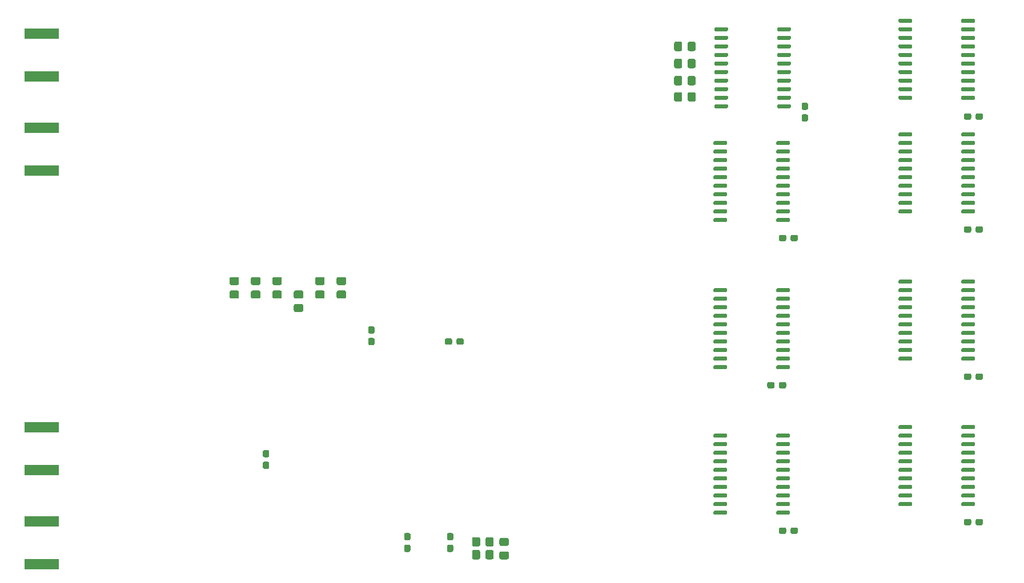
<source format=gbp>
G04 #@! TF.GenerationSoftware,KiCad,Pcbnew,5.1.10-88a1d61d58~88~ubuntu18.04.1*
G04 #@! TF.CreationDate,2022-02-07T17:50:13+01:00*
G04 #@! TF.ProjectId,FPGA_buffer_board,46504741-5f62-4756-9666-65725f626f61,v1.4*
G04 #@! TF.SameCoordinates,Original*
G04 #@! TF.FileFunction,Paste,Bot*
G04 #@! TF.FilePolarity,Positive*
%FSLAX46Y46*%
G04 Gerber Fmt 4.6, Leading zero omitted, Abs format (unit mm)*
G04 Created by KiCad (PCBNEW 5.1.10-88a1d61d58~88~ubuntu18.04.1) date 2022-02-07 17:50:13*
%MOMM*%
%LPD*%
G01*
G04 APERTURE LIST*
%ADD10R,5.080000X1.500000*%
G04 APERTURE END LIST*
G36*
G01*
X187852000Y-62680001D02*
X187852000Y-61779999D01*
G75*
G02*
X188101999Y-61530000I249999J0D01*
G01*
X188802001Y-61530000D01*
G75*
G02*
X189052000Y-61779999I0J-249999D01*
G01*
X189052000Y-62680001D01*
G75*
G02*
X188802001Y-62930000I-249999J0D01*
G01*
X188101999Y-62930000D01*
G75*
G02*
X187852000Y-62680001I0J249999D01*
G01*
G37*
G36*
G01*
X185852000Y-62680001D02*
X185852000Y-61779999D01*
G75*
G02*
X186101999Y-61530000I249999J0D01*
G01*
X186802001Y-61530000D01*
G75*
G02*
X187052000Y-61779999I0J-249999D01*
G01*
X187052000Y-62680001D01*
G75*
G02*
X186802001Y-62930000I-249999J0D01*
G01*
X186101999Y-62930000D01*
G75*
G02*
X185852000Y-62680001I0J249999D01*
G01*
G37*
G36*
G01*
X187852000Y-65220001D02*
X187852000Y-64319999D01*
G75*
G02*
X188101999Y-64070000I249999J0D01*
G01*
X188802001Y-64070000D01*
G75*
G02*
X189052000Y-64319999I0J-249999D01*
G01*
X189052000Y-65220001D01*
G75*
G02*
X188802001Y-65470000I-249999J0D01*
G01*
X188101999Y-65470000D01*
G75*
G02*
X187852000Y-65220001I0J249999D01*
G01*
G37*
G36*
G01*
X185852000Y-65220001D02*
X185852000Y-64319999D01*
G75*
G02*
X186101999Y-64070000I249999J0D01*
G01*
X186802001Y-64070000D01*
G75*
G02*
X187052000Y-64319999I0J-249999D01*
G01*
X187052000Y-65220001D01*
G75*
G02*
X186802001Y-65470000I-249999J0D01*
G01*
X186101999Y-65470000D01*
G75*
G02*
X185852000Y-65220001I0J249999D01*
G01*
G37*
G36*
G01*
X187852000Y-67760001D02*
X187852000Y-66859999D01*
G75*
G02*
X188101999Y-66610000I249999J0D01*
G01*
X188802001Y-66610000D01*
G75*
G02*
X189052000Y-66859999I0J-249999D01*
G01*
X189052000Y-67760001D01*
G75*
G02*
X188802001Y-68010000I-249999J0D01*
G01*
X188101999Y-68010000D01*
G75*
G02*
X187852000Y-67760001I0J249999D01*
G01*
G37*
G36*
G01*
X185852000Y-67760001D02*
X185852000Y-66859999D01*
G75*
G02*
X186101999Y-66610000I249999J0D01*
G01*
X186802001Y-66610000D01*
G75*
G02*
X187052000Y-66859999I0J-249999D01*
G01*
X187052000Y-67760001D01*
G75*
G02*
X186802001Y-68010000I-249999J0D01*
G01*
X186101999Y-68010000D01*
G75*
G02*
X185852000Y-67760001I0J249999D01*
G01*
G37*
G36*
G01*
X187852000Y-70173001D02*
X187852000Y-69272999D01*
G75*
G02*
X188101999Y-69023000I249999J0D01*
G01*
X188802001Y-69023000D01*
G75*
G02*
X189052000Y-69272999I0J-249999D01*
G01*
X189052000Y-70173001D01*
G75*
G02*
X188802001Y-70423000I-249999J0D01*
G01*
X188101999Y-70423000D01*
G75*
G02*
X187852000Y-70173001I0J249999D01*
G01*
G37*
G36*
G01*
X185852000Y-70173001D02*
X185852000Y-69272999D01*
G75*
G02*
X186101999Y-69023000I249999J0D01*
G01*
X186802001Y-69023000D01*
G75*
G02*
X187052000Y-69272999I0J-249999D01*
G01*
X187052000Y-70173001D01*
G75*
G02*
X186802001Y-70423000I-249999J0D01*
G01*
X186101999Y-70423000D01*
G75*
G02*
X185852000Y-70173001I0J249999D01*
G01*
G37*
G36*
G01*
X157896000Y-136213001D02*
X157896000Y-135312999D01*
G75*
G02*
X158145999Y-135063000I249999J0D01*
G01*
X158846001Y-135063000D01*
G75*
G02*
X159096000Y-135312999I0J-249999D01*
G01*
X159096000Y-136213001D01*
G75*
G02*
X158846001Y-136463000I-249999J0D01*
G01*
X158145999Y-136463000D01*
G75*
G02*
X157896000Y-136213001I0J249999D01*
G01*
G37*
G36*
G01*
X155896000Y-136213001D02*
X155896000Y-135312999D01*
G75*
G02*
X156145999Y-135063000I249999J0D01*
G01*
X156846001Y-135063000D01*
G75*
G02*
X157096000Y-135312999I0J-249999D01*
G01*
X157096000Y-136213001D01*
G75*
G02*
X156846001Y-136463000I-249999J0D01*
G01*
X156145999Y-136463000D01*
G75*
G02*
X155896000Y-136213001I0J249999D01*
G01*
G37*
G36*
G01*
X157896000Y-138118001D02*
X157896000Y-137217999D01*
G75*
G02*
X158145999Y-136968000I249999J0D01*
G01*
X158846001Y-136968000D01*
G75*
G02*
X159096000Y-137217999I0J-249999D01*
G01*
X159096000Y-138118001D01*
G75*
G02*
X158846001Y-138368000I-249999J0D01*
G01*
X158145999Y-138368000D01*
G75*
G02*
X157896000Y-138118001I0J249999D01*
G01*
G37*
G36*
G01*
X155896000Y-138118001D02*
X155896000Y-137217999D01*
G75*
G02*
X156145999Y-136968000I249999J0D01*
G01*
X156846001Y-136968000D01*
G75*
G02*
X157096000Y-137217999I0J-249999D01*
G01*
X157096000Y-138118001D01*
G75*
G02*
X156846001Y-138368000I-249999J0D01*
G01*
X156145999Y-138368000D01*
G75*
G02*
X155896000Y-138118001I0J249999D01*
G01*
G37*
G36*
G01*
X160204999Y-137179000D02*
X161105001Y-137179000D01*
G75*
G02*
X161355000Y-137428999I0J-249999D01*
G01*
X161355000Y-138129001D01*
G75*
G02*
X161105001Y-138379000I-249999J0D01*
G01*
X160204999Y-138379000D01*
G75*
G02*
X159955000Y-138129001I0J249999D01*
G01*
X159955000Y-137428999D01*
G75*
G02*
X160204999Y-137179000I249999J0D01*
G01*
G37*
G36*
G01*
X160204999Y-135179000D02*
X161105001Y-135179000D01*
G75*
G02*
X161355000Y-135428999I0J-249999D01*
G01*
X161355000Y-136129001D01*
G75*
G02*
X161105001Y-136379000I-249999J0D01*
G01*
X160204999Y-136379000D01*
G75*
G02*
X159955000Y-136129001I0J249999D01*
G01*
X159955000Y-135428999D01*
G75*
G02*
X160204999Y-135179000I249999J0D01*
G01*
G37*
G36*
G01*
X201110000Y-71270000D02*
X201110000Y-70970000D01*
G75*
G02*
X201260000Y-70820000I150000J0D01*
G01*
X203010000Y-70820000D01*
G75*
G02*
X203160000Y-70970000I0J-150000D01*
G01*
X203160000Y-71270000D01*
G75*
G02*
X203010000Y-71420000I-150000J0D01*
G01*
X201260000Y-71420000D01*
G75*
G02*
X201110000Y-71270000I0J150000D01*
G01*
G37*
G36*
G01*
X201110000Y-70000000D02*
X201110000Y-69700000D01*
G75*
G02*
X201260000Y-69550000I150000J0D01*
G01*
X203010000Y-69550000D01*
G75*
G02*
X203160000Y-69700000I0J-150000D01*
G01*
X203160000Y-70000000D01*
G75*
G02*
X203010000Y-70150000I-150000J0D01*
G01*
X201260000Y-70150000D01*
G75*
G02*
X201110000Y-70000000I0J150000D01*
G01*
G37*
G36*
G01*
X201110000Y-68730000D02*
X201110000Y-68430000D01*
G75*
G02*
X201260000Y-68280000I150000J0D01*
G01*
X203010000Y-68280000D01*
G75*
G02*
X203160000Y-68430000I0J-150000D01*
G01*
X203160000Y-68730000D01*
G75*
G02*
X203010000Y-68880000I-150000J0D01*
G01*
X201260000Y-68880000D01*
G75*
G02*
X201110000Y-68730000I0J150000D01*
G01*
G37*
G36*
G01*
X201110000Y-67460000D02*
X201110000Y-67160000D01*
G75*
G02*
X201260000Y-67010000I150000J0D01*
G01*
X203010000Y-67010000D01*
G75*
G02*
X203160000Y-67160000I0J-150000D01*
G01*
X203160000Y-67460000D01*
G75*
G02*
X203010000Y-67610000I-150000J0D01*
G01*
X201260000Y-67610000D01*
G75*
G02*
X201110000Y-67460000I0J150000D01*
G01*
G37*
G36*
G01*
X201110000Y-66190000D02*
X201110000Y-65890000D01*
G75*
G02*
X201260000Y-65740000I150000J0D01*
G01*
X203010000Y-65740000D01*
G75*
G02*
X203160000Y-65890000I0J-150000D01*
G01*
X203160000Y-66190000D01*
G75*
G02*
X203010000Y-66340000I-150000J0D01*
G01*
X201260000Y-66340000D01*
G75*
G02*
X201110000Y-66190000I0J150000D01*
G01*
G37*
G36*
G01*
X201110000Y-64920000D02*
X201110000Y-64620000D01*
G75*
G02*
X201260000Y-64470000I150000J0D01*
G01*
X203010000Y-64470000D01*
G75*
G02*
X203160000Y-64620000I0J-150000D01*
G01*
X203160000Y-64920000D01*
G75*
G02*
X203010000Y-65070000I-150000J0D01*
G01*
X201260000Y-65070000D01*
G75*
G02*
X201110000Y-64920000I0J150000D01*
G01*
G37*
G36*
G01*
X201110000Y-63650000D02*
X201110000Y-63350000D01*
G75*
G02*
X201260000Y-63200000I150000J0D01*
G01*
X203010000Y-63200000D01*
G75*
G02*
X203160000Y-63350000I0J-150000D01*
G01*
X203160000Y-63650000D01*
G75*
G02*
X203010000Y-63800000I-150000J0D01*
G01*
X201260000Y-63800000D01*
G75*
G02*
X201110000Y-63650000I0J150000D01*
G01*
G37*
G36*
G01*
X201110000Y-62380000D02*
X201110000Y-62080000D01*
G75*
G02*
X201260000Y-61930000I150000J0D01*
G01*
X203010000Y-61930000D01*
G75*
G02*
X203160000Y-62080000I0J-150000D01*
G01*
X203160000Y-62380000D01*
G75*
G02*
X203010000Y-62530000I-150000J0D01*
G01*
X201260000Y-62530000D01*
G75*
G02*
X201110000Y-62380000I0J150000D01*
G01*
G37*
G36*
G01*
X201110000Y-61110000D02*
X201110000Y-60810000D01*
G75*
G02*
X201260000Y-60660000I150000J0D01*
G01*
X203010000Y-60660000D01*
G75*
G02*
X203160000Y-60810000I0J-150000D01*
G01*
X203160000Y-61110000D01*
G75*
G02*
X203010000Y-61260000I-150000J0D01*
G01*
X201260000Y-61260000D01*
G75*
G02*
X201110000Y-61110000I0J150000D01*
G01*
G37*
G36*
G01*
X201110000Y-59840000D02*
X201110000Y-59540000D01*
G75*
G02*
X201260000Y-59390000I150000J0D01*
G01*
X203010000Y-59390000D01*
G75*
G02*
X203160000Y-59540000I0J-150000D01*
G01*
X203160000Y-59840000D01*
G75*
G02*
X203010000Y-59990000I-150000J0D01*
G01*
X201260000Y-59990000D01*
G75*
G02*
X201110000Y-59840000I0J150000D01*
G01*
G37*
G36*
G01*
X191810000Y-59840000D02*
X191810000Y-59540000D01*
G75*
G02*
X191960000Y-59390000I150000J0D01*
G01*
X193710000Y-59390000D01*
G75*
G02*
X193860000Y-59540000I0J-150000D01*
G01*
X193860000Y-59840000D01*
G75*
G02*
X193710000Y-59990000I-150000J0D01*
G01*
X191960000Y-59990000D01*
G75*
G02*
X191810000Y-59840000I0J150000D01*
G01*
G37*
G36*
G01*
X191810000Y-61110000D02*
X191810000Y-60810000D01*
G75*
G02*
X191960000Y-60660000I150000J0D01*
G01*
X193710000Y-60660000D01*
G75*
G02*
X193860000Y-60810000I0J-150000D01*
G01*
X193860000Y-61110000D01*
G75*
G02*
X193710000Y-61260000I-150000J0D01*
G01*
X191960000Y-61260000D01*
G75*
G02*
X191810000Y-61110000I0J150000D01*
G01*
G37*
G36*
G01*
X191810000Y-62380000D02*
X191810000Y-62080000D01*
G75*
G02*
X191960000Y-61930000I150000J0D01*
G01*
X193710000Y-61930000D01*
G75*
G02*
X193860000Y-62080000I0J-150000D01*
G01*
X193860000Y-62380000D01*
G75*
G02*
X193710000Y-62530000I-150000J0D01*
G01*
X191960000Y-62530000D01*
G75*
G02*
X191810000Y-62380000I0J150000D01*
G01*
G37*
G36*
G01*
X191810000Y-63650000D02*
X191810000Y-63350000D01*
G75*
G02*
X191960000Y-63200000I150000J0D01*
G01*
X193710000Y-63200000D01*
G75*
G02*
X193860000Y-63350000I0J-150000D01*
G01*
X193860000Y-63650000D01*
G75*
G02*
X193710000Y-63800000I-150000J0D01*
G01*
X191960000Y-63800000D01*
G75*
G02*
X191810000Y-63650000I0J150000D01*
G01*
G37*
G36*
G01*
X191810000Y-64920000D02*
X191810000Y-64620000D01*
G75*
G02*
X191960000Y-64470000I150000J0D01*
G01*
X193710000Y-64470000D01*
G75*
G02*
X193860000Y-64620000I0J-150000D01*
G01*
X193860000Y-64920000D01*
G75*
G02*
X193710000Y-65070000I-150000J0D01*
G01*
X191960000Y-65070000D01*
G75*
G02*
X191810000Y-64920000I0J150000D01*
G01*
G37*
G36*
G01*
X191810000Y-66190000D02*
X191810000Y-65890000D01*
G75*
G02*
X191960000Y-65740000I150000J0D01*
G01*
X193710000Y-65740000D01*
G75*
G02*
X193860000Y-65890000I0J-150000D01*
G01*
X193860000Y-66190000D01*
G75*
G02*
X193710000Y-66340000I-150000J0D01*
G01*
X191960000Y-66340000D01*
G75*
G02*
X191810000Y-66190000I0J150000D01*
G01*
G37*
G36*
G01*
X191810000Y-67460000D02*
X191810000Y-67160000D01*
G75*
G02*
X191960000Y-67010000I150000J0D01*
G01*
X193710000Y-67010000D01*
G75*
G02*
X193860000Y-67160000I0J-150000D01*
G01*
X193860000Y-67460000D01*
G75*
G02*
X193710000Y-67610000I-150000J0D01*
G01*
X191960000Y-67610000D01*
G75*
G02*
X191810000Y-67460000I0J150000D01*
G01*
G37*
G36*
G01*
X191810000Y-68730000D02*
X191810000Y-68430000D01*
G75*
G02*
X191960000Y-68280000I150000J0D01*
G01*
X193710000Y-68280000D01*
G75*
G02*
X193860000Y-68430000I0J-150000D01*
G01*
X193860000Y-68730000D01*
G75*
G02*
X193710000Y-68880000I-150000J0D01*
G01*
X191960000Y-68880000D01*
G75*
G02*
X191810000Y-68730000I0J150000D01*
G01*
G37*
G36*
G01*
X191810000Y-70000000D02*
X191810000Y-69700000D01*
G75*
G02*
X191960000Y-69550000I150000J0D01*
G01*
X193710000Y-69550000D01*
G75*
G02*
X193860000Y-69700000I0J-150000D01*
G01*
X193860000Y-70000000D01*
G75*
G02*
X193710000Y-70150000I-150000J0D01*
G01*
X191960000Y-70150000D01*
G75*
G02*
X191810000Y-70000000I0J150000D01*
G01*
G37*
G36*
G01*
X191810000Y-71270000D02*
X191810000Y-70970000D01*
G75*
G02*
X191960000Y-70820000I150000J0D01*
G01*
X193710000Y-70820000D01*
G75*
G02*
X193860000Y-70970000I0J-150000D01*
G01*
X193860000Y-71270000D01*
G75*
G02*
X193710000Y-71420000I-150000J0D01*
G01*
X191960000Y-71420000D01*
G75*
G02*
X191810000Y-71270000I0J150000D01*
G01*
G37*
G36*
G01*
X219115000Y-108735000D02*
X219115000Y-108435000D01*
G75*
G02*
X219265000Y-108285000I150000J0D01*
G01*
X221015000Y-108285000D01*
G75*
G02*
X221165000Y-108435000I0J-150000D01*
G01*
X221165000Y-108735000D01*
G75*
G02*
X221015000Y-108885000I-150000J0D01*
G01*
X219265000Y-108885000D01*
G75*
G02*
X219115000Y-108735000I0J150000D01*
G01*
G37*
G36*
G01*
X219115000Y-107465000D02*
X219115000Y-107165000D01*
G75*
G02*
X219265000Y-107015000I150000J0D01*
G01*
X221015000Y-107015000D01*
G75*
G02*
X221165000Y-107165000I0J-150000D01*
G01*
X221165000Y-107465000D01*
G75*
G02*
X221015000Y-107615000I-150000J0D01*
G01*
X219265000Y-107615000D01*
G75*
G02*
X219115000Y-107465000I0J150000D01*
G01*
G37*
G36*
G01*
X219115000Y-106195000D02*
X219115000Y-105895000D01*
G75*
G02*
X219265000Y-105745000I150000J0D01*
G01*
X221015000Y-105745000D01*
G75*
G02*
X221165000Y-105895000I0J-150000D01*
G01*
X221165000Y-106195000D01*
G75*
G02*
X221015000Y-106345000I-150000J0D01*
G01*
X219265000Y-106345000D01*
G75*
G02*
X219115000Y-106195000I0J150000D01*
G01*
G37*
G36*
G01*
X219115000Y-104925000D02*
X219115000Y-104625000D01*
G75*
G02*
X219265000Y-104475000I150000J0D01*
G01*
X221015000Y-104475000D01*
G75*
G02*
X221165000Y-104625000I0J-150000D01*
G01*
X221165000Y-104925000D01*
G75*
G02*
X221015000Y-105075000I-150000J0D01*
G01*
X219265000Y-105075000D01*
G75*
G02*
X219115000Y-104925000I0J150000D01*
G01*
G37*
G36*
G01*
X219115000Y-103655000D02*
X219115000Y-103355000D01*
G75*
G02*
X219265000Y-103205000I150000J0D01*
G01*
X221015000Y-103205000D01*
G75*
G02*
X221165000Y-103355000I0J-150000D01*
G01*
X221165000Y-103655000D01*
G75*
G02*
X221015000Y-103805000I-150000J0D01*
G01*
X219265000Y-103805000D01*
G75*
G02*
X219115000Y-103655000I0J150000D01*
G01*
G37*
G36*
G01*
X219115000Y-102385000D02*
X219115000Y-102085000D01*
G75*
G02*
X219265000Y-101935000I150000J0D01*
G01*
X221015000Y-101935000D01*
G75*
G02*
X221165000Y-102085000I0J-150000D01*
G01*
X221165000Y-102385000D01*
G75*
G02*
X221015000Y-102535000I-150000J0D01*
G01*
X219265000Y-102535000D01*
G75*
G02*
X219115000Y-102385000I0J150000D01*
G01*
G37*
G36*
G01*
X219115000Y-101115000D02*
X219115000Y-100815000D01*
G75*
G02*
X219265000Y-100665000I150000J0D01*
G01*
X221015000Y-100665000D01*
G75*
G02*
X221165000Y-100815000I0J-150000D01*
G01*
X221165000Y-101115000D01*
G75*
G02*
X221015000Y-101265000I-150000J0D01*
G01*
X219265000Y-101265000D01*
G75*
G02*
X219115000Y-101115000I0J150000D01*
G01*
G37*
G36*
G01*
X219115000Y-99845000D02*
X219115000Y-99545000D01*
G75*
G02*
X219265000Y-99395000I150000J0D01*
G01*
X221015000Y-99395000D01*
G75*
G02*
X221165000Y-99545000I0J-150000D01*
G01*
X221165000Y-99845000D01*
G75*
G02*
X221015000Y-99995000I-150000J0D01*
G01*
X219265000Y-99995000D01*
G75*
G02*
X219115000Y-99845000I0J150000D01*
G01*
G37*
G36*
G01*
X219115000Y-98575000D02*
X219115000Y-98275000D01*
G75*
G02*
X219265000Y-98125000I150000J0D01*
G01*
X221015000Y-98125000D01*
G75*
G02*
X221165000Y-98275000I0J-150000D01*
G01*
X221165000Y-98575000D01*
G75*
G02*
X221015000Y-98725000I-150000J0D01*
G01*
X219265000Y-98725000D01*
G75*
G02*
X219115000Y-98575000I0J150000D01*
G01*
G37*
G36*
G01*
X219115000Y-97305000D02*
X219115000Y-97005000D01*
G75*
G02*
X219265000Y-96855000I150000J0D01*
G01*
X221015000Y-96855000D01*
G75*
G02*
X221165000Y-97005000I0J-150000D01*
G01*
X221165000Y-97305000D01*
G75*
G02*
X221015000Y-97455000I-150000J0D01*
G01*
X219265000Y-97455000D01*
G75*
G02*
X219115000Y-97305000I0J150000D01*
G01*
G37*
G36*
G01*
X228415000Y-97305000D02*
X228415000Y-97005000D01*
G75*
G02*
X228565000Y-96855000I150000J0D01*
G01*
X230315000Y-96855000D01*
G75*
G02*
X230465000Y-97005000I0J-150000D01*
G01*
X230465000Y-97305000D01*
G75*
G02*
X230315000Y-97455000I-150000J0D01*
G01*
X228565000Y-97455000D01*
G75*
G02*
X228415000Y-97305000I0J150000D01*
G01*
G37*
G36*
G01*
X228415000Y-98575000D02*
X228415000Y-98275000D01*
G75*
G02*
X228565000Y-98125000I150000J0D01*
G01*
X230315000Y-98125000D01*
G75*
G02*
X230465000Y-98275000I0J-150000D01*
G01*
X230465000Y-98575000D01*
G75*
G02*
X230315000Y-98725000I-150000J0D01*
G01*
X228565000Y-98725000D01*
G75*
G02*
X228415000Y-98575000I0J150000D01*
G01*
G37*
G36*
G01*
X228415000Y-99845000D02*
X228415000Y-99545000D01*
G75*
G02*
X228565000Y-99395000I150000J0D01*
G01*
X230315000Y-99395000D01*
G75*
G02*
X230465000Y-99545000I0J-150000D01*
G01*
X230465000Y-99845000D01*
G75*
G02*
X230315000Y-99995000I-150000J0D01*
G01*
X228565000Y-99995000D01*
G75*
G02*
X228415000Y-99845000I0J150000D01*
G01*
G37*
G36*
G01*
X228415000Y-101115000D02*
X228415000Y-100815000D01*
G75*
G02*
X228565000Y-100665000I150000J0D01*
G01*
X230315000Y-100665000D01*
G75*
G02*
X230465000Y-100815000I0J-150000D01*
G01*
X230465000Y-101115000D01*
G75*
G02*
X230315000Y-101265000I-150000J0D01*
G01*
X228565000Y-101265000D01*
G75*
G02*
X228415000Y-101115000I0J150000D01*
G01*
G37*
G36*
G01*
X228415000Y-102385000D02*
X228415000Y-102085000D01*
G75*
G02*
X228565000Y-101935000I150000J0D01*
G01*
X230315000Y-101935000D01*
G75*
G02*
X230465000Y-102085000I0J-150000D01*
G01*
X230465000Y-102385000D01*
G75*
G02*
X230315000Y-102535000I-150000J0D01*
G01*
X228565000Y-102535000D01*
G75*
G02*
X228415000Y-102385000I0J150000D01*
G01*
G37*
G36*
G01*
X228415000Y-103655000D02*
X228415000Y-103355000D01*
G75*
G02*
X228565000Y-103205000I150000J0D01*
G01*
X230315000Y-103205000D01*
G75*
G02*
X230465000Y-103355000I0J-150000D01*
G01*
X230465000Y-103655000D01*
G75*
G02*
X230315000Y-103805000I-150000J0D01*
G01*
X228565000Y-103805000D01*
G75*
G02*
X228415000Y-103655000I0J150000D01*
G01*
G37*
G36*
G01*
X228415000Y-104925000D02*
X228415000Y-104625000D01*
G75*
G02*
X228565000Y-104475000I150000J0D01*
G01*
X230315000Y-104475000D01*
G75*
G02*
X230465000Y-104625000I0J-150000D01*
G01*
X230465000Y-104925000D01*
G75*
G02*
X230315000Y-105075000I-150000J0D01*
G01*
X228565000Y-105075000D01*
G75*
G02*
X228415000Y-104925000I0J150000D01*
G01*
G37*
G36*
G01*
X228415000Y-106195000D02*
X228415000Y-105895000D01*
G75*
G02*
X228565000Y-105745000I150000J0D01*
G01*
X230315000Y-105745000D01*
G75*
G02*
X230465000Y-105895000I0J-150000D01*
G01*
X230465000Y-106195000D01*
G75*
G02*
X230315000Y-106345000I-150000J0D01*
G01*
X228565000Y-106345000D01*
G75*
G02*
X228415000Y-106195000I0J150000D01*
G01*
G37*
G36*
G01*
X228415000Y-107465000D02*
X228415000Y-107165000D01*
G75*
G02*
X228565000Y-107015000I150000J0D01*
G01*
X230315000Y-107015000D01*
G75*
G02*
X230465000Y-107165000I0J-150000D01*
G01*
X230465000Y-107465000D01*
G75*
G02*
X230315000Y-107615000I-150000J0D01*
G01*
X228565000Y-107615000D01*
G75*
G02*
X228415000Y-107465000I0J150000D01*
G01*
G37*
G36*
G01*
X228415000Y-108735000D02*
X228415000Y-108435000D01*
G75*
G02*
X228565000Y-108285000I150000J0D01*
G01*
X230315000Y-108285000D01*
G75*
G02*
X230465000Y-108435000I0J-150000D01*
G01*
X230465000Y-108735000D01*
G75*
G02*
X230315000Y-108885000I-150000J0D01*
G01*
X228565000Y-108885000D01*
G75*
G02*
X228415000Y-108735000I0J150000D01*
G01*
G37*
G36*
G01*
X219115000Y-130325000D02*
X219115000Y-130025000D01*
G75*
G02*
X219265000Y-129875000I150000J0D01*
G01*
X221015000Y-129875000D01*
G75*
G02*
X221165000Y-130025000I0J-150000D01*
G01*
X221165000Y-130325000D01*
G75*
G02*
X221015000Y-130475000I-150000J0D01*
G01*
X219265000Y-130475000D01*
G75*
G02*
X219115000Y-130325000I0J150000D01*
G01*
G37*
G36*
G01*
X219115000Y-129055000D02*
X219115000Y-128755000D01*
G75*
G02*
X219265000Y-128605000I150000J0D01*
G01*
X221015000Y-128605000D01*
G75*
G02*
X221165000Y-128755000I0J-150000D01*
G01*
X221165000Y-129055000D01*
G75*
G02*
X221015000Y-129205000I-150000J0D01*
G01*
X219265000Y-129205000D01*
G75*
G02*
X219115000Y-129055000I0J150000D01*
G01*
G37*
G36*
G01*
X219115000Y-127785000D02*
X219115000Y-127485000D01*
G75*
G02*
X219265000Y-127335000I150000J0D01*
G01*
X221015000Y-127335000D01*
G75*
G02*
X221165000Y-127485000I0J-150000D01*
G01*
X221165000Y-127785000D01*
G75*
G02*
X221015000Y-127935000I-150000J0D01*
G01*
X219265000Y-127935000D01*
G75*
G02*
X219115000Y-127785000I0J150000D01*
G01*
G37*
G36*
G01*
X219115000Y-126515000D02*
X219115000Y-126215000D01*
G75*
G02*
X219265000Y-126065000I150000J0D01*
G01*
X221015000Y-126065000D01*
G75*
G02*
X221165000Y-126215000I0J-150000D01*
G01*
X221165000Y-126515000D01*
G75*
G02*
X221015000Y-126665000I-150000J0D01*
G01*
X219265000Y-126665000D01*
G75*
G02*
X219115000Y-126515000I0J150000D01*
G01*
G37*
G36*
G01*
X219115000Y-125245000D02*
X219115000Y-124945000D01*
G75*
G02*
X219265000Y-124795000I150000J0D01*
G01*
X221015000Y-124795000D01*
G75*
G02*
X221165000Y-124945000I0J-150000D01*
G01*
X221165000Y-125245000D01*
G75*
G02*
X221015000Y-125395000I-150000J0D01*
G01*
X219265000Y-125395000D01*
G75*
G02*
X219115000Y-125245000I0J150000D01*
G01*
G37*
G36*
G01*
X219115000Y-123975000D02*
X219115000Y-123675000D01*
G75*
G02*
X219265000Y-123525000I150000J0D01*
G01*
X221015000Y-123525000D01*
G75*
G02*
X221165000Y-123675000I0J-150000D01*
G01*
X221165000Y-123975000D01*
G75*
G02*
X221015000Y-124125000I-150000J0D01*
G01*
X219265000Y-124125000D01*
G75*
G02*
X219115000Y-123975000I0J150000D01*
G01*
G37*
G36*
G01*
X219115000Y-122705000D02*
X219115000Y-122405000D01*
G75*
G02*
X219265000Y-122255000I150000J0D01*
G01*
X221015000Y-122255000D01*
G75*
G02*
X221165000Y-122405000I0J-150000D01*
G01*
X221165000Y-122705000D01*
G75*
G02*
X221015000Y-122855000I-150000J0D01*
G01*
X219265000Y-122855000D01*
G75*
G02*
X219115000Y-122705000I0J150000D01*
G01*
G37*
G36*
G01*
X219115000Y-121435000D02*
X219115000Y-121135000D01*
G75*
G02*
X219265000Y-120985000I150000J0D01*
G01*
X221015000Y-120985000D01*
G75*
G02*
X221165000Y-121135000I0J-150000D01*
G01*
X221165000Y-121435000D01*
G75*
G02*
X221015000Y-121585000I-150000J0D01*
G01*
X219265000Y-121585000D01*
G75*
G02*
X219115000Y-121435000I0J150000D01*
G01*
G37*
G36*
G01*
X219115000Y-120165000D02*
X219115000Y-119865000D01*
G75*
G02*
X219265000Y-119715000I150000J0D01*
G01*
X221015000Y-119715000D01*
G75*
G02*
X221165000Y-119865000I0J-150000D01*
G01*
X221165000Y-120165000D01*
G75*
G02*
X221015000Y-120315000I-150000J0D01*
G01*
X219265000Y-120315000D01*
G75*
G02*
X219115000Y-120165000I0J150000D01*
G01*
G37*
G36*
G01*
X219115000Y-118895000D02*
X219115000Y-118595000D01*
G75*
G02*
X219265000Y-118445000I150000J0D01*
G01*
X221015000Y-118445000D01*
G75*
G02*
X221165000Y-118595000I0J-150000D01*
G01*
X221165000Y-118895000D01*
G75*
G02*
X221015000Y-119045000I-150000J0D01*
G01*
X219265000Y-119045000D01*
G75*
G02*
X219115000Y-118895000I0J150000D01*
G01*
G37*
G36*
G01*
X228415000Y-118895000D02*
X228415000Y-118595000D01*
G75*
G02*
X228565000Y-118445000I150000J0D01*
G01*
X230315000Y-118445000D01*
G75*
G02*
X230465000Y-118595000I0J-150000D01*
G01*
X230465000Y-118895000D01*
G75*
G02*
X230315000Y-119045000I-150000J0D01*
G01*
X228565000Y-119045000D01*
G75*
G02*
X228415000Y-118895000I0J150000D01*
G01*
G37*
G36*
G01*
X228415000Y-120165000D02*
X228415000Y-119865000D01*
G75*
G02*
X228565000Y-119715000I150000J0D01*
G01*
X230315000Y-119715000D01*
G75*
G02*
X230465000Y-119865000I0J-150000D01*
G01*
X230465000Y-120165000D01*
G75*
G02*
X230315000Y-120315000I-150000J0D01*
G01*
X228565000Y-120315000D01*
G75*
G02*
X228415000Y-120165000I0J150000D01*
G01*
G37*
G36*
G01*
X228415000Y-121435000D02*
X228415000Y-121135000D01*
G75*
G02*
X228565000Y-120985000I150000J0D01*
G01*
X230315000Y-120985000D01*
G75*
G02*
X230465000Y-121135000I0J-150000D01*
G01*
X230465000Y-121435000D01*
G75*
G02*
X230315000Y-121585000I-150000J0D01*
G01*
X228565000Y-121585000D01*
G75*
G02*
X228415000Y-121435000I0J150000D01*
G01*
G37*
G36*
G01*
X228415000Y-122705000D02*
X228415000Y-122405000D01*
G75*
G02*
X228565000Y-122255000I150000J0D01*
G01*
X230315000Y-122255000D01*
G75*
G02*
X230465000Y-122405000I0J-150000D01*
G01*
X230465000Y-122705000D01*
G75*
G02*
X230315000Y-122855000I-150000J0D01*
G01*
X228565000Y-122855000D01*
G75*
G02*
X228415000Y-122705000I0J150000D01*
G01*
G37*
G36*
G01*
X228415000Y-123975000D02*
X228415000Y-123675000D01*
G75*
G02*
X228565000Y-123525000I150000J0D01*
G01*
X230315000Y-123525000D01*
G75*
G02*
X230465000Y-123675000I0J-150000D01*
G01*
X230465000Y-123975000D01*
G75*
G02*
X230315000Y-124125000I-150000J0D01*
G01*
X228565000Y-124125000D01*
G75*
G02*
X228415000Y-123975000I0J150000D01*
G01*
G37*
G36*
G01*
X228415000Y-125245000D02*
X228415000Y-124945000D01*
G75*
G02*
X228565000Y-124795000I150000J0D01*
G01*
X230315000Y-124795000D01*
G75*
G02*
X230465000Y-124945000I0J-150000D01*
G01*
X230465000Y-125245000D01*
G75*
G02*
X230315000Y-125395000I-150000J0D01*
G01*
X228565000Y-125395000D01*
G75*
G02*
X228415000Y-125245000I0J150000D01*
G01*
G37*
G36*
G01*
X228415000Y-126515000D02*
X228415000Y-126215000D01*
G75*
G02*
X228565000Y-126065000I150000J0D01*
G01*
X230315000Y-126065000D01*
G75*
G02*
X230465000Y-126215000I0J-150000D01*
G01*
X230465000Y-126515000D01*
G75*
G02*
X230315000Y-126665000I-150000J0D01*
G01*
X228565000Y-126665000D01*
G75*
G02*
X228415000Y-126515000I0J150000D01*
G01*
G37*
G36*
G01*
X228415000Y-127785000D02*
X228415000Y-127485000D01*
G75*
G02*
X228565000Y-127335000I150000J0D01*
G01*
X230315000Y-127335000D01*
G75*
G02*
X230465000Y-127485000I0J-150000D01*
G01*
X230465000Y-127785000D01*
G75*
G02*
X230315000Y-127935000I-150000J0D01*
G01*
X228565000Y-127935000D01*
G75*
G02*
X228415000Y-127785000I0J150000D01*
G01*
G37*
G36*
G01*
X228415000Y-129055000D02*
X228415000Y-128755000D01*
G75*
G02*
X228565000Y-128605000I150000J0D01*
G01*
X230315000Y-128605000D01*
G75*
G02*
X230465000Y-128755000I0J-150000D01*
G01*
X230465000Y-129055000D01*
G75*
G02*
X230315000Y-129205000I-150000J0D01*
G01*
X228565000Y-129205000D01*
G75*
G02*
X228415000Y-129055000I0J150000D01*
G01*
G37*
G36*
G01*
X228415000Y-130325000D02*
X228415000Y-130025000D01*
G75*
G02*
X228565000Y-129875000I150000J0D01*
G01*
X230315000Y-129875000D01*
G75*
G02*
X230465000Y-130025000I0J-150000D01*
G01*
X230465000Y-130325000D01*
G75*
G02*
X230315000Y-130475000I-150000J0D01*
G01*
X228565000Y-130475000D01*
G75*
G02*
X228415000Y-130325000I0J150000D01*
G01*
G37*
D10*
X92075000Y-132715000D03*
X92075000Y-139065000D03*
X92075000Y-125095000D03*
X92075000Y-118745000D03*
G36*
G01*
X200983000Y-88161000D02*
X200983000Y-87861000D01*
G75*
G02*
X201133000Y-87711000I150000J0D01*
G01*
X202883000Y-87711000D01*
G75*
G02*
X203033000Y-87861000I0J-150000D01*
G01*
X203033000Y-88161000D01*
G75*
G02*
X202883000Y-88311000I-150000J0D01*
G01*
X201133000Y-88311000D01*
G75*
G02*
X200983000Y-88161000I0J150000D01*
G01*
G37*
G36*
G01*
X200983000Y-86891000D02*
X200983000Y-86591000D01*
G75*
G02*
X201133000Y-86441000I150000J0D01*
G01*
X202883000Y-86441000D01*
G75*
G02*
X203033000Y-86591000I0J-150000D01*
G01*
X203033000Y-86891000D01*
G75*
G02*
X202883000Y-87041000I-150000J0D01*
G01*
X201133000Y-87041000D01*
G75*
G02*
X200983000Y-86891000I0J150000D01*
G01*
G37*
G36*
G01*
X200983000Y-85621000D02*
X200983000Y-85321000D01*
G75*
G02*
X201133000Y-85171000I150000J0D01*
G01*
X202883000Y-85171000D01*
G75*
G02*
X203033000Y-85321000I0J-150000D01*
G01*
X203033000Y-85621000D01*
G75*
G02*
X202883000Y-85771000I-150000J0D01*
G01*
X201133000Y-85771000D01*
G75*
G02*
X200983000Y-85621000I0J150000D01*
G01*
G37*
G36*
G01*
X200983000Y-84351000D02*
X200983000Y-84051000D01*
G75*
G02*
X201133000Y-83901000I150000J0D01*
G01*
X202883000Y-83901000D01*
G75*
G02*
X203033000Y-84051000I0J-150000D01*
G01*
X203033000Y-84351000D01*
G75*
G02*
X202883000Y-84501000I-150000J0D01*
G01*
X201133000Y-84501000D01*
G75*
G02*
X200983000Y-84351000I0J150000D01*
G01*
G37*
G36*
G01*
X200983000Y-83081000D02*
X200983000Y-82781000D01*
G75*
G02*
X201133000Y-82631000I150000J0D01*
G01*
X202883000Y-82631000D01*
G75*
G02*
X203033000Y-82781000I0J-150000D01*
G01*
X203033000Y-83081000D01*
G75*
G02*
X202883000Y-83231000I-150000J0D01*
G01*
X201133000Y-83231000D01*
G75*
G02*
X200983000Y-83081000I0J150000D01*
G01*
G37*
G36*
G01*
X200983000Y-81811000D02*
X200983000Y-81511000D01*
G75*
G02*
X201133000Y-81361000I150000J0D01*
G01*
X202883000Y-81361000D01*
G75*
G02*
X203033000Y-81511000I0J-150000D01*
G01*
X203033000Y-81811000D01*
G75*
G02*
X202883000Y-81961000I-150000J0D01*
G01*
X201133000Y-81961000D01*
G75*
G02*
X200983000Y-81811000I0J150000D01*
G01*
G37*
G36*
G01*
X200983000Y-80541000D02*
X200983000Y-80241000D01*
G75*
G02*
X201133000Y-80091000I150000J0D01*
G01*
X202883000Y-80091000D01*
G75*
G02*
X203033000Y-80241000I0J-150000D01*
G01*
X203033000Y-80541000D01*
G75*
G02*
X202883000Y-80691000I-150000J0D01*
G01*
X201133000Y-80691000D01*
G75*
G02*
X200983000Y-80541000I0J150000D01*
G01*
G37*
G36*
G01*
X200983000Y-79271000D02*
X200983000Y-78971000D01*
G75*
G02*
X201133000Y-78821000I150000J0D01*
G01*
X202883000Y-78821000D01*
G75*
G02*
X203033000Y-78971000I0J-150000D01*
G01*
X203033000Y-79271000D01*
G75*
G02*
X202883000Y-79421000I-150000J0D01*
G01*
X201133000Y-79421000D01*
G75*
G02*
X200983000Y-79271000I0J150000D01*
G01*
G37*
G36*
G01*
X200983000Y-78001000D02*
X200983000Y-77701000D01*
G75*
G02*
X201133000Y-77551000I150000J0D01*
G01*
X202883000Y-77551000D01*
G75*
G02*
X203033000Y-77701000I0J-150000D01*
G01*
X203033000Y-78001000D01*
G75*
G02*
X202883000Y-78151000I-150000J0D01*
G01*
X201133000Y-78151000D01*
G75*
G02*
X200983000Y-78001000I0J150000D01*
G01*
G37*
G36*
G01*
X200983000Y-76731000D02*
X200983000Y-76431000D01*
G75*
G02*
X201133000Y-76281000I150000J0D01*
G01*
X202883000Y-76281000D01*
G75*
G02*
X203033000Y-76431000I0J-150000D01*
G01*
X203033000Y-76731000D01*
G75*
G02*
X202883000Y-76881000I-150000J0D01*
G01*
X201133000Y-76881000D01*
G75*
G02*
X200983000Y-76731000I0J150000D01*
G01*
G37*
G36*
G01*
X191683000Y-76731000D02*
X191683000Y-76431000D01*
G75*
G02*
X191833000Y-76281000I150000J0D01*
G01*
X193583000Y-76281000D01*
G75*
G02*
X193733000Y-76431000I0J-150000D01*
G01*
X193733000Y-76731000D01*
G75*
G02*
X193583000Y-76881000I-150000J0D01*
G01*
X191833000Y-76881000D01*
G75*
G02*
X191683000Y-76731000I0J150000D01*
G01*
G37*
G36*
G01*
X191683000Y-78001000D02*
X191683000Y-77701000D01*
G75*
G02*
X191833000Y-77551000I150000J0D01*
G01*
X193583000Y-77551000D01*
G75*
G02*
X193733000Y-77701000I0J-150000D01*
G01*
X193733000Y-78001000D01*
G75*
G02*
X193583000Y-78151000I-150000J0D01*
G01*
X191833000Y-78151000D01*
G75*
G02*
X191683000Y-78001000I0J150000D01*
G01*
G37*
G36*
G01*
X191683000Y-79271000D02*
X191683000Y-78971000D01*
G75*
G02*
X191833000Y-78821000I150000J0D01*
G01*
X193583000Y-78821000D01*
G75*
G02*
X193733000Y-78971000I0J-150000D01*
G01*
X193733000Y-79271000D01*
G75*
G02*
X193583000Y-79421000I-150000J0D01*
G01*
X191833000Y-79421000D01*
G75*
G02*
X191683000Y-79271000I0J150000D01*
G01*
G37*
G36*
G01*
X191683000Y-80541000D02*
X191683000Y-80241000D01*
G75*
G02*
X191833000Y-80091000I150000J0D01*
G01*
X193583000Y-80091000D01*
G75*
G02*
X193733000Y-80241000I0J-150000D01*
G01*
X193733000Y-80541000D01*
G75*
G02*
X193583000Y-80691000I-150000J0D01*
G01*
X191833000Y-80691000D01*
G75*
G02*
X191683000Y-80541000I0J150000D01*
G01*
G37*
G36*
G01*
X191683000Y-81811000D02*
X191683000Y-81511000D01*
G75*
G02*
X191833000Y-81361000I150000J0D01*
G01*
X193583000Y-81361000D01*
G75*
G02*
X193733000Y-81511000I0J-150000D01*
G01*
X193733000Y-81811000D01*
G75*
G02*
X193583000Y-81961000I-150000J0D01*
G01*
X191833000Y-81961000D01*
G75*
G02*
X191683000Y-81811000I0J150000D01*
G01*
G37*
G36*
G01*
X191683000Y-83081000D02*
X191683000Y-82781000D01*
G75*
G02*
X191833000Y-82631000I150000J0D01*
G01*
X193583000Y-82631000D01*
G75*
G02*
X193733000Y-82781000I0J-150000D01*
G01*
X193733000Y-83081000D01*
G75*
G02*
X193583000Y-83231000I-150000J0D01*
G01*
X191833000Y-83231000D01*
G75*
G02*
X191683000Y-83081000I0J150000D01*
G01*
G37*
G36*
G01*
X191683000Y-84351000D02*
X191683000Y-84051000D01*
G75*
G02*
X191833000Y-83901000I150000J0D01*
G01*
X193583000Y-83901000D01*
G75*
G02*
X193733000Y-84051000I0J-150000D01*
G01*
X193733000Y-84351000D01*
G75*
G02*
X193583000Y-84501000I-150000J0D01*
G01*
X191833000Y-84501000D01*
G75*
G02*
X191683000Y-84351000I0J150000D01*
G01*
G37*
G36*
G01*
X191683000Y-85621000D02*
X191683000Y-85321000D01*
G75*
G02*
X191833000Y-85171000I150000J0D01*
G01*
X193583000Y-85171000D01*
G75*
G02*
X193733000Y-85321000I0J-150000D01*
G01*
X193733000Y-85621000D01*
G75*
G02*
X193583000Y-85771000I-150000J0D01*
G01*
X191833000Y-85771000D01*
G75*
G02*
X191683000Y-85621000I0J150000D01*
G01*
G37*
G36*
G01*
X191683000Y-86891000D02*
X191683000Y-86591000D01*
G75*
G02*
X191833000Y-86441000I150000J0D01*
G01*
X193583000Y-86441000D01*
G75*
G02*
X193733000Y-86591000I0J-150000D01*
G01*
X193733000Y-86891000D01*
G75*
G02*
X193583000Y-87041000I-150000J0D01*
G01*
X191833000Y-87041000D01*
G75*
G02*
X191683000Y-86891000I0J150000D01*
G01*
G37*
G36*
G01*
X191683000Y-88161000D02*
X191683000Y-87861000D01*
G75*
G02*
X191833000Y-87711000I150000J0D01*
G01*
X193583000Y-87711000D01*
G75*
G02*
X193733000Y-87861000I0J-150000D01*
G01*
X193733000Y-88161000D01*
G75*
G02*
X193583000Y-88311000I-150000J0D01*
G01*
X191833000Y-88311000D01*
G75*
G02*
X191683000Y-88161000I0J150000D01*
G01*
G37*
G36*
G01*
X191683000Y-110005000D02*
X191683000Y-109705000D01*
G75*
G02*
X191833000Y-109555000I150000J0D01*
G01*
X193583000Y-109555000D01*
G75*
G02*
X193733000Y-109705000I0J-150000D01*
G01*
X193733000Y-110005000D01*
G75*
G02*
X193583000Y-110155000I-150000J0D01*
G01*
X191833000Y-110155000D01*
G75*
G02*
X191683000Y-110005000I0J150000D01*
G01*
G37*
G36*
G01*
X191683000Y-108735000D02*
X191683000Y-108435000D01*
G75*
G02*
X191833000Y-108285000I150000J0D01*
G01*
X193583000Y-108285000D01*
G75*
G02*
X193733000Y-108435000I0J-150000D01*
G01*
X193733000Y-108735000D01*
G75*
G02*
X193583000Y-108885000I-150000J0D01*
G01*
X191833000Y-108885000D01*
G75*
G02*
X191683000Y-108735000I0J150000D01*
G01*
G37*
G36*
G01*
X191683000Y-107465000D02*
X191683000Y-107165000D01*
G75*
G02*
X191833000Y-107015000I150000J0D01*
G01*
X193583000Y-107015000D01*
G75*
G02*
X193733000Y-107165000I0J-150000D01*
G01*
X193733000Y-107465000D01*
G75*
G02*
X193583000Y-107615000I-150000J0D01*
G01*
X191833000Y-107615000D01*
G75*
G02*
X191683000Y-107465000I0J150000D01*
G01*
G37*
G36*
G01*
X191683000Y-106195000D02*
X191683000Y-105895000D01*
G75*
G02*
X191833000Y-105745000I150000J0D01*
G01*
X193583000Y-105745000D01*
G75*
G02*
X193733000Y-105895000I0J-150000D01*
G01*
X193733000Y-106195000D01*
G75*
G02*
X193583000Y-106345000I-150000J0D01*
G01*
X191833000Y-106345000D01*
G75*
G02*
X191683000Y-106195000I0J150000D01*
G01*
G37*
G36*
G01*
X191683000Y-104925000D02*
X191683000Y-104625000D01*
G75*
G02*
X191833000Y-104475000I150000J0D01*
G01*
X193583000Y-104475000D01*
G75*
G02*
X193733000Y-104625000I0J-150000D01*
G01*
X193733000Y-104925000D01*
G75*
G02*
X193583000Y-105075000I-150000J0D01*
G01*
X191833000Y-105075000D01*
G75*
G02*
X191683000Y-104925000I0J150000D01*
G01*
G37*
G36*
G01*
X191683000Y-103655000D02*
X191683000Y-103355000D01*
G75*
G02*
X191833000Y-103205000I150000J0D01*
G01*
X193583000Y-103205000D01*
G75*
G02*
X193733000Y-103355000I0J-150000D01*
G01*
X193733000Y-103655000D01*
G75*
G02*
X193583000Y-103805000I-150000J0D01*
G01*
X191833000Y-103805000D01*
G75*
G02*
X191683000Y-103655000I0J150000D01*
G01*
G37*
G36*
G01*
X191683000Y-102385000D02*
X191683000Y-102085000D01*
G75*
G02*
X191833000Y-101935000I150000J0D01*
G01*
X193583000Y-101935000D01*
G75*
G02*
X193733000Y-102085000I0J-150000D01*
G01*
X193733000Y-102385000D01*
G75*
G02*
X193583000Y-102535000I-150000J0D01*
G01*
X191833000Y-102535000D01*
G75*
G02*
X191683000Y-102385000I0J150000D01*
G01*
G37*
G36*
G01*
X191683000Y-101115000D02*
X191683000Y-100815000D01*
G75*
G02*
X191833000Y-100665000I150000J0D01*
G01*
X193583000Y-100665000D01*
G75*
G02*
X193733000Y-100815000I0J-150000D01*
G01*
X193733000Y-101115000D01*
G75*
G02*
X193583000Y-101265000I-150000J0D01*
G01*
X191833000Y-101265000D01*
G75*
G02*
X191683000Y-101115000I0J150000D01*
G01*
G37*
G36*
G01*
X191683000Y-99845000D02*
X191683000Y-99545000D01*
G75*
G02*
X191833000Y-99395000I150000J0D01*
G01*
X193583000Y-99395000D01*
G75*
G02*
X193733000Y-99545000I0J-150000D01*
G01*
X193733000Y-99845000D01*
G75*
G02*
X193583000Y-99995000I-150000J0D01*
G01*
X191833000Y-99995000D01*
G75*
G02*
X191683000Y-99845000I0J150000D01*
G01*
G37*
G36*
G01*
X191683000Y-98575000D02*
X191683000Y-98275000D01*
G75*
G02*
X191833000Y-98125000I150000J0D01*
G01*
X193583000Y-98125000D01*
G75*
G02*
X193733000Y-98275000I0J-150000D01*
G01*
X193733000Y-98575000D01*
G75*
G02*
X193583000Y-98725000I-150000J0D01*
G01*
X191833000Y-98725000D01*
G75*
G02*
X191683000Y-98575000I0J150000D01*
G01*
G37*
G36*
G01*
X200983000Y-98575000D02*
X200983000Y-98275000D01*
G75*
G02*
X201133000Y-98125000I150000J0D01*
G01*
X202883000Y-98125000D01*
G75*
G02*
X203033000Y-98275000I0J-150000D01*
G01*
X203033000Y-98575000D01*
G75*
G02*
X202883000Y-98725000I-150000J0D01*
G01*
X201133000Y-98725000D01*
G75*
G02*
X200983000Y-98575000I0J150000D01*
G01*
G37*
G36*
G01*
X200983000Y-99845000D02*
X200983000Y-99545000D01*
G75*
G02*
X201133000Y-99395000I150000J0D01*
G01*
X202883000Y-99395000D01*
G75*
G02*
X203033000Y-99545000I0J-150000D01*
G01*
X203033000Y-99845000D01*
G75*
G02*
X202883000Y-99995000I-150000J0D01*
G01*
X201133000Y-99995000D01*
G75*
G02*
X200983000Y-99845000I0J150000D01*
G01*
G37*
G36*
G01*
X200983000Y-101115000D02*
X200983000Y-100815000D01*
G75*
G02*
X201133000Y-100665000I150000J0D01*
G01*
X202883000Y-100665000D01*
G75*
G02*
X203033000Y-100815000I0J-150000D01*
G01*
X203033000Y-101115000D01*
G75*
G02*
X202883000Y-101265000I-150000J0D01*
G01*
X201133000Y-101265000D01*
G75*
G02*
X200983000Y-101115000I0J150000D01*
G01*
G37*
G36*
G01*
X200983000Y-102385000D02*
X200983000Y-102085000D01*
G75*
G02*
X201133000Y-101935000I150000J0D01*
G01*
X202883000Y-101935000D01*
G75*
G02*
X203033000Y-102085000I0J-150000D01*
G01*
X203033000Y-102385000D01*
G75*
G02*
X202883000Y-102535000I-150000J0D01*
G01*
X201133000Y-102535000D01*
G75*
G02*
X200983000Y-102385000I0J150000D01*
G01*
G37*
G36*
G01*
X200983000Y-103655000D02*
X200983000Y-103355000D01*
G75*
G02*
X201133000Y-103205000I150000J0D01*
G01*
X202883000Y-103205000D01*
G75*
G02*
X203033000Y-103355000I0J-150000D01*
G01*
X203033000Y-103655000D01*
G75*
G02*
X202883000Y-103805000I-150000J0D01*
G01*
X201133000Y-103805000D01*
G75*
G02*
X200983000Y-103655000I0J150000D01*
G01*
G37*
G36*
G01*
X200983000Y-104925000D02*
X200983000Y-104625000D01*
G75*
G02*
X201133000Y-104475000I150000J0D01*
G01*
X202883000Y-104475000D01*
G75*
G02*
X203033000Y-104625000I0J-150000D01*
G01*
X203033000Y-104925000D01*
G75*
G02*
X202883000Y-105075000I-150000J0D01*
G01*
X201133000Y-105075000D01*
G75*
G02*
X200983000Y-104925000I0J150000D01*
G01*
G37*
G36*
G01*
X200983000Y-106195000D02*
X200983000Y-105895000D01*
G75*
G02*
X201133000Y-105745000I150000J0D01*
G01*
X202883000Y-105745000D01*
G75*
G02*
X203033000Y-105895000I0J-150000D01*
G01*
X203033000Y-106195000D01*
G75*
G02*
X202883000Y-106345000I-150000J0D01*
G01*
X201133000Y-106345000D01*
G75*
G02*
X200983000Y-106195000I0J150000D01*
G01*
G37*
G36*
G01*
X200983000Y-107465000D02*
X200983000Y-107165000D01*
G75*
G02*
X201133000Y-107015000I150000J0D01*
G01*
X202883000Y-107015000D01*
G75*
G02*
X203033000Y-107165000I0J-150000D01*
G01*
X203033000Y-107465000D01*
G75*
G02*
X202883000Y-107615000I-150000J0D01*
G01*
X201133000Y-107615000D01*
G75*
G02*
X200983000Y-107465000I0J150000D01*
G01*
G37*
G36*
G01*
X200983000Y-108735000D02*
X200983000Y-108435000D01*
G75*
G02*
X201133000Y-108285000I150000J0D01*
G01*
X202883000Y-108285000D01*
G75*
G02*
X203033000Y-108435000I0J-150000D01*
G01*
X203033000Y-108735000D01*
G75*
G02*
X202883000Y-108885000I-150000J0D01*
G01*
X201133000Y-108885000D01*
G75*
G02*
X200983000Y-108735000I0J150000D01*
G01*
G37*
G36*
G01*
X200983000Y-110005000D02*
X200983000Y-109705000D01*
G75*
G02*
X201133000Y-109555000I150000J0D01*
G01*
X202883000Y-109555000D01*
G75*
G02*
X203033000Y-109705000I0J-150000D01*
G01*
X203033000Y-110005000D01*
G75*
G02*
X202883000Y-110155000I-150000J0D01*
G01*
X201133000Y-110155000D01*
G75*
G02*
X200983000Y-110005000I0J150000D01*
G01*
G37*
G36*
G01*
X191683000Y-131595000D02*
X191683000Y-131295000D01*
G75*
G02*
X191833000Y-131145000I150000J0D01*
G01*
X193583000Y-131145000D01*
G75*
G02*
X193733000Y-131295000I0J-150000D01*
G01*
X193733000Y-131595000D01*
G75*
G02*
X193583000Y-131745000I-150000J0D01*
G01*
X191833000Y-131745000D01*
G75*
G02*
X191683000Y-131595000I0J150000D01*
G01*
G37*
G36*
G01*
X191683000Y-130325000D02*
X191683000Y-130025000D01*
G75*
G02*
X191833000Y-129875000I150000J0D01*
G01*
X193583000Y-129875000D01*
G75*
G02*
X193733000Y-130025000I0J-150000D01*
G01*
X193733000Y-130325000D01*
G75*
G02*
X193583000Y-130475000I-150000J0D01*
G01*
X191833000Y-130475000D01*
G75*
G02*
X191683000Y-130325000I0J150000D01*
G01*
G37*
G36*
G01*
X191683000Y-129055000D02*
X191683000Y-128755000D01*
G75*
G02*
X191833000Y-128605000I150000J0D01*
G01*
X193583000Y-128605000D01*
G75*
G02*
X193733000Y-128755000I0J-150000D01*
G01*
X193733000Y-129055000D01*
G75*
G02*
X193583000Y-129205000I-150000J0D01*
G01*
X191833000Y-129205000D01*
G75*
G02*
X191683000Y-129055000I0J150000D01*
G01*
G37*
G36*
G01*
X191683000Y-127785000D02*
X191683000Y-127485000D01*
G75*
G02*
X191833000Y-127335000I150000J0D01*
G01*
X193583000Y-127335000D01*
G75*
G02*
X193733000Y-127485000I0J-150000D01*
G01*
X193733000Y-127785000D01*
G75*
G02*
X193583000Y-127935000I-150000J0D01*
G01*
X191833000Y-127935000D01*
G75*
G02*
X191683000Y-127785000I0J150000D01*
G01*
G37*
G36*
G01*
X191683000Y-126515000D02*
X191683000Y-126215000D01*
G75*
G02*
X191833000Y-126065000I150000J0D01*
G01*
X193583000Y-126065000D01*
G75*
G02*
X193733000Y-126215000I0J-150000D01*
G01*
X193733000Y-126515000D01*
G75*
G02*
X193583000Y-126665000I-150000J0D01*
G01*
X191833000Y-126665000D01*
G75*
G02*
X191683000Y-126515000I0J150000D01*
G01*
G37*
G36*
G01*
X191683000Y-125245000D02*
X191683000Y-124945000D01*
G75*
G02*
X191833000Y-124795000I150000J0D01*
G01*
X193583000Y-124795000D01*
G75*
G02*
X193733000Y-124945000I0J-150000D01*
G01*
X193733000Y-125245000D01*
G75*
G02*
X193583000Y-125395000I-150000J0D01*
G01*
X191833000Y-125395000D01*
G75*
G02*
X191683000Y-125245000I0J150000D01*
G01*
G37*
G36*
G01*
X191683000Y-123975000D02*
X191683000Y-123675000D01*
G75*
G02*
X191833000Y-123525000I150000J0D01*
G01*
X193583000Y-123525000D01*
G75*
G02*
X193733000Y-123675000I0J-150000D01*
G01*
X193733000Y-123975000D01*
G75*
G02*
X193583000Y-124125000I-150000J0D01*
G01*
X191833000Y-124125000D01*
G75*
G02*
X191683000Y-123975000I0J150000D01*
G01*
G37*
G36*
G01*
X191683000Y-122705000D02*
X191683000Y-122405000D01*
G75*
G02*
X191833000Y-122255000I150000J0D01*
G01*
X193583000Y-122255000D01*
G75*
G02*
X193733000Y-122405000I0J-150000D01*
G01*
X193733000Y-122705000D01*
G75*
G02*
X193583000Y-122855000I-150000J0D01*
G01*
X191833000Y-122855000D01*
G75*
G02*
X191683000Y-122705000I0J150000D01*
G01*
G37*
G36*
G01*
X191683000Y-121435000D02*
X191683000Y-121135000D01*
G75*
G02*
X191833000Y-120985000I150000J0D01*
G01*
X193583000Y-120985000D01*
G75*
G02*
X193733000Y-121135000I0J-150000D01*
G01*
X193733000Y-121435000D01*
G75*
G02*
X193583000Y-121585000I-150000J0D01*
G01*
X191833000Y-121585000D01*
G75*
G02*
X191683000Y-121435000I0J150000D01*
G01*
G37*
G36*
G01*
X191683000Y-120165000D02*
X191683000Y-119865000D01*
G75*
G02*
X191833000Y-119715000I150000J0D01*
G01*
X193583000Y-119715000D01*
G75*
G02*
X193733000Y-119865000I0J-150000D01*
G01*
X193733000Y-120165000D01*
G75*
G02*
X193583000Y-120315000I-150000J0D01*
G01*
X191833000Y-120315000D01*
G75*
G02*
X191683000Y-120165000I0J150000D01*
G01*
G37*
G36*
G01*
X200983000Y-120165000D02*
X200983000Y-119865000D01*
G75*
G02*
X201133000Y-119715000I150000J0D01*
G01*
X202883000Y-119715000D01*
G75*
G02*
X203033000Y-119865000I0J-150000D01*
G01*
X203033000Y-120165000D01*
G75*
G02*
X202883000Y-120315000I-150000J0D01*
G01*
X201133000Y-120315000D01*
G75*
G02*
X200983000Y-120165000I0J150000D01*
G01*
G37*
G36*
G01*
X200983000Y-121435000D02*
X200983000Y-121135000D01*
G75*
G02*
X201133000Y-120985000I150000J0D01*
G01*
X202883000Y-120985000D01*
G75*
G02*
X203033000Y-121135000I0J-150000D01*
G01*
X203033000Y-121435000D01*
G75*
G02*
X202883000Y-121585000I-150000J0D01*
G01*
X201133000Y-121585000D01*
G75*
G02*
X200983000Y-121435000I0J150000D01*
G01*
G37*
G36*
G01*
X200983000Y-122705000D02*
X200983000Y-122405000D01*
G75*
G02*
X201133000Y-122255000I150000J0D01*
G01*
X202883000Y-122255000D01*
G75*
G02*
X203033000Y-122405000I0J-150000D01*
G01*
X203033000Y-122705000D01*
G75*
G02*
X202883000Y-122855000I-150000J0D01*
G01*
X201133000Y-122855000D01*
G75*
G02*
X200983000Y-122705000I0J150000D01*
G01*
G37*
G36*
G01*
X200983000Y-123975000D02*
X200983000Y-123675000D01*
G75*
G02*
X201133000Y-123525000I150000J0D01*
G01*
X202883000Y-123525000D01*
G75*
G02*
X203033000Y-123675000I0J-150000D01*
G01*
X203033000Y-123975000D01*
G75*
G02*
X202883000Y-124125000I-150000J0D01*
G01*
X201133000Y-124125000D01*
G75*
G02*
X200983000Y-123975000I0J150000D01*
G01*
G37*
G36*
G01*
X200983000Y-125245000D02*
X200983000Y-124945000D01*
G75*
G02*
X201133000Y-124795000I150000J0D01*
G01*
X202883000Y-124795000D01*
G75*
G02*
X203033000Y-124945000I0J-150000D01*
G01*
X203033000Y-125245000D01*
G75*
G02*
X202883000Y-125395000I-150000J0D01*
G01*
X201133000Y-125395000D01*
G75*
G02*
X200983000Y-125245000I0J150000D01*
G01*
G37*
G36*
G01*
X200983000Y-126515000D02*
X200983000Y-126215000D01*
G75*
G02*
X201133000Y-126065000I150000J0D01*
G01*
X202883000Y-126065000D01*
G75*
G02*
X203033000Y-126215000I0J-150000D01*
G01*
X203033000Y-126515000D01*
G75*
G02*
X202883000Y-126665000I-150000J0D01*
G01*
X201133000Y-126665000D01*
G75*
G02*
X200983000Y-126515000I0J150000D01*
G01*
G37*
G36*
G01*
X200983000Y-127785000D02*
X200983000Y-127485000D01*
G75*
G02*
X201133000Y-127335000I150000J0D01*
G01*
X202883000Y-127335000D01*
G75*
G02*
X203033000Y-127485000I0J-150000D01*
G01*
X203033000Y-127785000D01*
G75*
G02*
X202883000Y-127935000I-150000J0D01*
G01*
X201133000Y-127935000D01*
G75*
G02*
X200983000Y-127785000I0J150000D01*
G01*
G37*
G36*
G01*
X200983000Y-129055000D02*
X200983000Y-128755000D01*
G75*
G02*
X201133000Y-128605000I150000J0D01*
G01*
X202883000Y-128605000D01*
G75*
G02*
X203033000Y-128755000I0J-150000D01*
G01*
X203033000Y-129055000D01*
G75*
G02*
X202883000Y-129205000I-150000J0D01*
G01*
X201133000Y-129205000D01*
G75*
G02*
X200983000Y-129055000I0J150000D01*
G01*
G37*
G36*
G01*
X200983000Y-130325000D02*
X200983000Y-130025000D01*
G75*
G02*
X201133000Y-129875000I150000J0D01*
G01*
X202883000Y-129875000D01*
G75*
G02*
X203033000Y-130025000I0J-150000D01*
G01*
X203033000Y-130325000D01*
G75*
G02*
X202883000Y-130475000I-150000J0D01*
G01*
X201133000Y-130475000D01*
G75*
G02*
X200983000Y-130325000I0J150000D01*
G01*
G37*
G36*
G01*
X200983000Y-131595000D02*
X200983000Y-131295000D01*
G75*
G02*
X201133000Y-131145000I150000J0D01*
G01*
X202883000Y-131145000D01*
G75*
G02*
X203033000Y-131295000I0J-150000D01*
G01*
X203033000Y-131595000D01*
G75*
G02*
X202883000Y-131745000I-150000J0D01*
G01*
X201133000Y-131745000D01*
G75*
G02*
X200983000Y-131595000I0J150000D01*
G01*
G37*
G36*
G01*
X228415000Y-86891000D02*
X228415000Y-86591000D01*
G75*
G02*
X228565000Y-86441000I150000J0D01*
G01*
X230315000Y-86441000D01*
G75*
G02*
X230465000Y-86591000I0J-150000D01*
G01*
X230465000Y-86891000D01*
G75*
G02*
X230315000Y-87041000I-150000J0D01*
G01*
X228565000Y-87041000D01*
G75*
G02*
X228415000Y-86891000I0J150000D01*
G01*
G37*
G36*
G01*
X228415000Y-85621000D02*
X228415000Y-85321000D01*
G75*
G02*
X228565000Y-85171000I150000J0D01*
G01*
X230315000Y-85171000D01*
G75*
G02*
X230465000Y-85321000I0J-150000D01*
G01*
X230465000Y-85621000D01*
G75*
G02*
X230315000Y-85771000I-150000J0D01*
G01*
X228565000Y-85771000D01*
G75*
G02*
X228415000Y-85621000I0J150000D01*
G01*
G37*
G36*
G01*
X228415000Y-84351000D02*
X228415000Y-84051000D01*
G75*
G02*
X228565000Y-83901000I150000J0D01*
G01*
X230315000Y-83901000D01*
G75*
G02*
X230465000Y-84051000I0J-150000D01*
G01*
X230465000Y-84351000D01*
G75*
G02*
X230315000Y-84501000I-150000J0D01*
G01*
X228565000Y-84501000D01*
G75*
G02*
X228415000Y-84351000I0J150000D01*
G01*
G37*
G36*
G01*
X228415000Y-83081000D02*
X228415000Y-82781000D01*
G75*
G02*
X228565000Y-82631000I150000J0D01*
G01*
X230315000Y-82631000D01*
G75*
G02*
X230465000Y-82781000I0J-150000D01*
G01*
X230465000Y-83081000D01*
G75*
G02*
X230315000Y-83231000I-150000J0D01*
G01*
X228565000Y-83231000D01*
G75*
G02*
X228415000Y-83081000I0J150000D01*
G01*
G37*
G36*
G01*
X228415000Y-81811000D02*
X228415000Y-81511000D01*
G75*
G02*
X228565000Y-81361000I150000J0D01*
G01*
X230315000Y-81361000D01*
G75*
G02*
X230465000Y-81511000I0J-150000D01*
G01*
X230465000Y-81811000D01*
G75*
G02*
X230315000Y-81961000I-150000J0D01*
G01*
X228565000Y-81961000D01*
G75*
G02*
X228415000Y-81811000I0J150000D01*
G01*
G37*
G36*
G01*
X228415000Y-80541000D02*
X228415000Y-80241000D01*
G75*
G02*
X228565000Y-80091000I150000J0D01*
G01*
X230315000Y-80091000D01*
G75*
G02*
X230465000Y-80241000I0J-150000D01*
G01*
X230465000Y-80541000D01*
G75*
G02*
X230315000Y-80691000I-150000J0D01*
G01*
X228565000Y-80691000D01*
G75*
G02*
X228415000Y-80541000I0J150000D01*
G01*
G37*
G36*
G01*
X228415000Y-79271000D02*
X228415000Y-78971000D01*
G75*
G02*
X228565000Y-78821000I150000J0D01*
G01*
X230315000Y-78821000D01*
G75*
G02*
X230465000Y-78971000I0J-150000D01*
G01*
X230465000Y-79271000D01*
G75*
G02*
X230315000Y-79421000I-150000J0D01*
G01*
X228565000Y-79421000D01*
G75*
G02*
X228415000Y-79271000I0J150000D01*
G01*
G37*
G36*
G01*
X228415000Y-78001000D02*
X228415000Y-77701000D01*
G75*
G02*
X228565000Y-77551000I150000J0D01*
G01*
X230315000Y-77551000D01*
G75*
G02*
X230465000Y-77701000I0J-150000D01*
G01*
X230465000Y-78001000D01*
G75*
G02*
X230315000Y-78151000I-150000J0D01*
G01*
X228565000Y-78151000D01*
G75*
G02*
X228415000Y-78001000I0J150000D01*
G01*
G37*
G36*
G01*
X228415000Y-76731000D02*
X228415000Y-76431000D01*
G75*
G02*
X228565000Y-76281000I150000J0D01*
G01*
X230315000Y-76281000D01*
G75*
G02*
X230465000Y-76431000I0J-150000D01*
G01*
X230465000Y-76731000D01*
G75*
G02*
X230315000Y-76881000I-150000J0D01*
G01*
X228565000Y-76881000D01*
G75*
G02*
X228415000Y-76731000I0J150000D01*
G01*
G37*
G36*
G01*
X228415000Y-75461000D02*
X228415000Y-75161000D01*
G75*
G02*
X228565000Y-75011000I150000J0D01*
G01*
X230315000Y-75011000D01*
G75*
G02*
X230465000Y-75161000I0J-150000D01*
G01*
X230465000Y-75461000D01*
G75*
G02*
X230315000Y-75611000I-150000J0D01*
G01*
X228565000Y-75611000D01*
G75*
G02*
X228415000Y-75461000I0J150000D01*
G01*
G37*
G36*
G01*
X219115000Y-75461000D02*
X219115000Y-75161000D01*
G75*
G02*
X219265000Y-75011000I150000J0D01*
G01*
X221015000Y-75011000D01*
G75*
G02*
X221165000Y-75161000I0J-150000D01*
G01*
X221165000Y-75461000D01*
G75*
G02*
X221015000Y-75611000I-150000J0D01*
G01*
X219265000Y-75611000D01*
G75*
G02*
X219115000Y-75461000I0J150000D01*
G01*
G37*
G36*
G01*
X219115000Y-76731000D02*
X219115000Y-76431000D01*
G75*
G02*
X219265000Y-76281000I150000J0D01*
G01*
X221015000Y-76281000D01*
G75*
G02*
X221165000Y-76431000I0J-150000D01*
G01*
X221165000Y-76731000D01*
G75*
G02*
X221015000Y-76881000I-150000J0D01*
G01*
X219265000Y-76881000D01*
G75*
G02*
X219115000Y-76731000I0J150000D01*
G01*
G37*
G36*
G01*
X219115000Y-78001000D02*
X219115000Y-77701000D01*
G75*
G02*
X219265000Y-77551000I150000J0D01*
G01*
X221015000Y-77551000D01*
G75*
G02*
X221165000Y-77701000I0J-150000D01*
G01*
X221165000Y-78001000D01*
G75*
G02*
X221015000Y-78151000I-150000J0D01*
G01*
X219265000Y-78151000D01*
G75*
G02*
X219115000Y-78001000I0J150000D01*
G01*
G37*
G36*
G01*
X219115000Y-79271000D02*
X219115000Y-78971000D01*
G75*
G02*
X219265000Y-78821000I150000J0D01*
G01*
X221015000Y-78821000D01*
G75*
G02*
X221165000Y-78971000I0J-150000D01*
G01*
X221165000Y-79271000D01*
G75*
G02*
X221015000Y-79421000I-150000J0D01*
G01*
X219265000Y-79421000D01*
G75*
G02*
X219115000Y-79271000I0J150000D01*
G01*
G37*
G36*
G01*
X219115000Y-80541000D02*
X219115000Y-80241000D01*
G75*
G02*
X219265000Y-80091000I150000J0D01*
G01*
X221015000Y-80091000D01*
G75*
G02*
X221165000Y-80241000I0J-150000D01*
G01*
X221165000Y-80541000D01*
G75*
G02*
X221015000Y-80691000I-150000J0D01*
G01*
X219265000Y-80691000D01*
G75*
G02*
X219115000Y-80541000I0J150000D01*
G01*
G37*
G36*
G01*
X219115000Y-81811000D02*
X219115000Y-81511000D01*
G75*
G02*
X219265000Y-81361000I150000J0D01*
G01*
X221015000Y-81361000D01*
G75*
G02*
X221165000Y-81511000I0J-150000D01*
G01*
X221165000Y-81811000D01*
G75*
G02*
X221015000Y-81961000I-150000J0D01*
G01*
X219265000Y-81961000D01*
G75*
G02*
X219115000Y-81811000I0J150000D01*
G01*
G37*
G36*
G01*
X219115000Y-83081000D02*
X219115000Y-82781000D01*
G75*
G02*
X219265000Y-82631000I150000J0D01*
G01*
X221015000Y-82631000D01*
G75*
G02*
X221165000Y-82781000I0J-150000D01*
G01*
X221165000Y-83081000D01*
G75*
G02*
X221015000Y-83231000I-150000J0D01*
G01*
X219265000Y-83231000D01*
G75*
G02*
X219115000Y-83081000I0J150000D01*
G01*
G37*
G36*
G01*
X219115000Y-84351000D02*
X219115000Y-84051000D01*
G75*
G02*
X219265000Y-83901000I150000J0D01*
G01*
X221015000Y-83901000D01*
G75*
G02*
X221165000Y-84051000I0J-150000D01*
G01*
X221165000Y-84351000D01*
G75*
G02*
X221015000Y-84501000I-150000J0D01*
G01*
X219265000Y-84501000D01*
G75*
G02*
X219115000Y-84351000I0J150000D01*
G01*
G37*
G36*
G01*
X219115000Y-85621000D02*
X219115000Y-85321000D01*
G75*
G02*
X219265000Y-85171000I150000J0D01*
G01*
X221015000Y-85171000D01*
G75*
G02*
X221165000Y-85321000I0J-150000D01*
G01*
X221165000Y-85621000D01*
G75*
G02*
X221015000Y-85771000I-150000J0D01*
G01*
X219265000Y-85771000D01*
G75*
G02*
X219115000Y-85621000I0J150000D01*
G01*
G37*
G36*
G01*
X219115000Y-86891000D02*
X219115000Y-86591000D01*
G75*
G02*
X219265000Y-86441000I150000J0D01*
G01*
X221015000Y-86441000D01*
G75*
G02*
X221165000Y-86591000I0J-150000D01*
G01*
X221165000Y-86891000D01*
G75*
G02*
X221015000Y-87041000I-150000J0D01*
G01*
X219265000Y-87041000D01*
G75*
G02*
X219115000Y-86891000I0J150000D01*
G01*
G37*
G36*
G01*
X219115000Y-70000000D02*
X219115000Y-69700000D01*
G75*
G02*
X219265000Y-69550000I150000J0D01*
G01*
X221015000Y-69550000D01*
G75*
G02*
X221165000Y-69700000I0J-150000D01*
G01*
X221165000Y-70000000D01*
G75*
G02*
X221015000Y-70150000I-150000J0D01*
G01*
X219265000Y-70150000D01*
G75*
G02*
X219115000Y-70000000I0J150000D01*
G01*
G37*
G36*
G01*
X219115000Y-68730000D02*
X219115000Y-68430000D01*
G75*
G02*
X219265000Y-68280000I150000J0D01*
G01*
X221015000Y-68280000D01*
G75*
G02*
X221165000Y-68430000I0J-150000D01*
G01*
X221165000Y-68730000D01*
G75*
G02*
X221015000Y-68880000I-150000J0D01*
G01*
X219265000Y-68880000D01*
G75*
G02*
X219115000Y-68730000I0J150000D01*
G01*
G37*
G36*
G01*
X219115000Y-67460000D02*
X219115000Y-67160000D01*
G75*
G02*
X219265000Y-67010000I150000J0D01*
G01*
X221015000Y-67010000D01*
G75*
G02*
X221165000Y-67160000I0J-150000D01*
G01*
X221165000Y-67460000D01*
G75*
G02*
X221015000Y-67610000I-150000J0D01*
G01*
X219265000Y-67610000D01*
G75*
G02*
X219115000Y-67460000I0J150000D01*
G01*
G37*
G36*
G01*
X219115000Y-66190000D02*
X219115000Y-65890000D01*
G75*
G02*
X219265000Y-65740000I150000J0D01*
G01*
X221015000Y-65740000D01*
G75*
G02*
X221165000Y-65890000I0J-150000D01*
G01*
X221165000Y-66190000D01*
G75*
G02*
X221015000Y-66340000I-150000J0D01*
G01*
X219265000Y-66340000D01*
G75*
G02*
X219115000Y-66190000I0J150000D01*
G01*
G37*
G36*
G01*
X219115000Y-64920000D02*
X219115000Y-64620000D01*
G75*
G02*
X219265000Y-64470000I150000J0D01*
G01*
X221015000Y-64470000D01*
G75*
G02*
X221165000Y-64620000I0J-150000D01*
G01*
X221165000Y-64920000D01*
G75*
G02*
X221015000Y-65070000I-150000J0D01*
G01*
X219265000Y-65070000D01*
G75*
G02*
X219115000Y-64920000I0J150000D01*
G01*
G37*
G36*
G01*
X219115000Y-63650000D02*
X219115000Y-63350000D01*
G75*
G02*
X219265000Y-63200000I150000J0D01*
G01*
X221015000Y-63200000D01*
G75*
G02*
X221165000Y-63350000I0J-150000D01*
G01*
X221165000Y-63650000D01*
G75*
G02*
X221015000Y-63800000I-150000J0D01*
G01*
X219265000Y-63800000D01*
G75*
G02*
X219115000Y-63650000I0J150000D01*
G01*
G37*
G36*
G01*
X219115000Y-62380000D02*
X219115000Y-62080000D01*
G75*
G02*
X219265000Y-61930000I150000J0D01*
G01*
X221015000Y-61930000D01*
G75*
G02*
X221165000Y-62080000I0J-150000D01*
G01*
X221165000Y-62380000D01*
G75*
G02*
X221015000Y-62530000I-150000J0D01*
G01*
X219265000Y-62530000D01*
G75*
G02*
X219115000Y-62380000I0J150000D01*
G01*
G37*
G36*
G01*
X219115000Y-61110000D02*
X219115000Y-60810000D01*
G75*
G02*
X219265000Y-60660000I150000J0D01*
G01*
X221015000Y-60660000D01*
G75*
G02*
X221165000Y-60810000I0J-150000D01*
G01*
X221165000Y-61110000D01*
G75*
G02*
X221015000Y-61260000I-150000J0D01*
G01*
X219265000Y-61260000D01*
G75*
G02*
X219115000Y-61110000I0J150000D01*
G01*
G37*
G36*
G01*
X219115000Y-59840000D02*
X219115000Y-59540000D01*
G75*
G02*
X219265000Y-59390000I150000J0D01*
G01*
X221015000Y-59390000D01*
G75*
G02*
X221165000Y-59540000I0J-150000D01*
G01*
X221165000Y-59840000D01*
G75*
G02*
X221015000Y-59990000I-150000J0D01*
G01*
X219265000Y-59990000D01*
G75*
G02*
X219115000Y-59840000I0J150000D01*
G01*
G37*
G36*
G01*
X219115000Y-58570000D02*
X219115000Y-58270000D01*
G75*
G02*
X219265000Y-58120000I150000J0D01*
G01*
X221015000Y-58120000D01*
G75*
G02*
X221165000Y-58270000I0J-150000D01*
G01*
X221165000Y-58570000D01*
G75*
G02*
X221015000Y-58720000I-150000J0D01*
G01*
X219265000Y-58720000D01*
G75*
G02*
X219115000Y-58570000I0J150000D01*
G01*
G37*
G36*
G01*
X228415000Y-58570000D02*
X228415000Y-58270000D01*
G75*
G02*
X228565000Y-58120000I150000J0D01*
G01*
X230315000Y-58120000D01*
G75*
G02*
X230465000Y-58270000I0J-150000D01*
G01*
X230465000Y-58570000D01*
G75*
G02*
X230315000Y-58720000I-150000J0D01*
G01*
X228565000Y-58720000D01*
G75*
G02*
X228415000Y-58570000I0J150000D01*
G01*
G37*
G36*
G01*
X228415000Y-59840000D02*
X228415000Y-59540000D01*
G75*
G02*
X228565000Y-59390000I150000J0D01*
G01*
X230315000Y-59390000D01*
G75*
G02*
X230465000Y-59540000I0J-150000D01*
G01*
X230465000Y-59840000D01*
G75*
G02*
X230315000Y-59990000I-150000J0D01*
G01*
X228565000Y-59990000D01*
G75*
G02*
X228415000Y-59840000I0J150000D01*
G01*
G37*
G36*
G01*
X228415000Y-61110000D02*
X228415000Y-60810000D01*
G75*
G02*
X228565000Y-60660000I150000J0D01*
G01*
X230315000Y-60660000D01*
G75*
G02*
X230465000Y-60810000I0J-150000D01*
G01*
X230465000Y-61110000D01*
G75*
G02*
X230315000Y-61260000I-150000J0D01*
G01*
X228565000Y-61260000D01*
G75*
G02*
X228415000Y-61110000I0J150000D01*
G01*
G37*
G36*
G01*
X228415000Y-62380000D02*
X228415000Y-62080000D01*
G75*
G02*
X228565000Y-61930000I150000J0D01*
G01*
X230315000Y-61930000D01*
G75*
G02*
X230465000Y-62080000I0J-150000D01*
G01*
X230465000Y-62380000D01*
G75*
G02*
X230315000Y-62530000I-150000J0D01*
G01*
X228565000Y-62530000D01*
G75*
G02*
X228415000Y-62380000I0J150000D01*
G01*
G37*
G36*
G01*
X228415000Y-63650000D02*
X228415000Y-63350000D01*
G75*
G02*
X228565000Y-63200000I150000J0D01*
G01*
X230315000Y-63200000D01*
G75*
G02*
X230465000Y-63350000I0J-150000D01*
G01*
X230465000Y-63650000D01*
G75*
G02*
X230315000Y-63800000I-150000J0D01*
G01*
X228565000Y-63800000D01*
G75*
G02*
X228415000Y-63650000I0J150000D01*
G01*
G37*
G36*
G01*
X228415000Y-64920000D02*
X228415000Y-64620000D01*
G75*
G02*
X228565000Y-64470000I150000J0D01*
G01*
X230315000Y-64470000D01*
G75*
G02*
X230465000Y-64620000I0J-150000D01*
G01*
X230465000Y-64920000D01*
G75*
G02*
X230315000Y-65070000I-150000J0D01*
G01*
X228565000Y-65070000D01*
G75*
G02*
X228415000Y-64920000I0J150000D01*
G01*
G37*
G36*
G01*
X228415000Y-66190000D02*
X228415000Y-65890000D01*
G75*
G02*
X228565000Y-65740000I150000J0D01*
G01*
X230315000Y-65740000D01*
G75*
G02*
X230465000Y-65890000I0J-150000D01*
G01*
X230465000Y-66190000D01*
G75*
G02*
X230315000Y-66340000I-150000J0D01*
G01*
X228565000Y-66340000D01*
G75*
G02*
X228415000Y-66190000I0J150000D01*
G01*
G37*
G36*
G01*
X228415000Y-67460000D02*
X228415000Y-67160000D01*
G75*
G02*
X228565000Y-67010000I150000J0D01*
G01*
X230315000Y-67010000D01*
G75*
G02*
X230465000Y-67160000I0J-150000D01*
G01*
X230465000Y-67460000D01*
G75*
G02*
X230315000Y-67610000I-150000J0D01*
G01*
X228565000Y-67610000D01*
G75*
G02*
X228415000Y-67460000I0J150000D01*
G01*
G37*
G36*
G01*
X228415000Y-68730000D02*
X228415000Y-68430000D01*
G75*
G02*
X228565000Y-68280000I150000J0D01*
G01*
X230315000Y-68280000D01*
G75*
G02*
X230465000Y-68430000I0J-150000D01*
G01*
X230465000Y-68730000D01*
G75*
G02*
X230315000Y-68880000I-150000J0D01*
G01*
X228565000Y-68880000D01*
G75*
G02*
X228415000Y-68730000I0J150000D01*
G01*
G37*
G36*
G01*
X228415000Y-70000000D02*
X228415000Y-69700000D01*
G75*
G02*
X228565000Y-69550000I150000J0D01*
G01*
X230315000Y-69550000D01*
G75*
G02*
X230465000Y-69700000I0J-150000D01*
G01*
X230465000Y-70000000D01*
G75*
G02*
X230315000Y-70150000I-150000J0D01*
G01*
X228565000Y-70150000D01*
G75*
G02*
X228415000Y-70000000I0J150000D01*
G01*
G37*
G36*
G01*
X203117500Y-90915500D02*
X203117500Y-90440500D01*
G75*
G02*
X203355000Y-90203000I237500J0D01*
G01*
X203955000Y-90203000D01*
G75*
G02*
X204192500Y-90440500I0J-237500D01*
G01*
X204192500Y-90915500D01*
G75*
G02*
X203955000Y-91153000I-237500J0D01*
G01*
X203355000Y-91153000D01*
G75*
G02*
X203117500Y-90915500I0J237500D01*
G01*
G37*
G36*
G01*
X201392500Y-90915500D02*
X201392500Y-90440500D01*
G75*
G02*
X201630000Y-90203000I237500J0D01*
G01*
X202230000Y-90203000D01*
G75*
G02*
X202467500Y-90440500I0J-237500D01*
G01*
X202467500Y-90915500D01*
G75*
G02*
X202230000Y-91153000I-237500J0D01*
G01*
X201630000Y-91153000D01*
G75*
G02*
X201392500Y-90915500I0J237500D01*
G01*
G37*
G36*
G01*
X204994500Y-72307500D02*
X205469500Y-72307500D01*
G75*
G02*
X205707000Y-72545000I0J-237500D01*
G01*
X205707000Y-73145000D01*
G75*
G02*
X205469500Y-73382500I-237500J0D01*
G01*
X204994500Y-73382500D01*
G75*
G02*
X204757000Y-73145000I0J237500D01*
G01*
X204757000Y-72545000D01*
G75*
G02*
X204994500Y-72307500I237500J0D01*
G01*
G37*
G36*
G01*
X204994500Y-70582500D02*
X205469500Y-70582500D01*
G75*
G02*
X205707000Y-70820000I0J-237500D01*
G01*
X205707000Y-71420000D01*
G75*
G02*
X205469500Y-71657500I-237500J0D01*
G01*
X204994500Y-71657500D01*
G75*
G02*
X204757000Y-71420000I0J237500D01*
G01*
X204757000Y-70820000D01*
G75*
G02*
X204994500Y-70582500I237500J0D01*
G01*
G37*
G36*
G01*
X200742500Y-112284500D02*
X200742500Y-112759500D01*
G75*
G02*
X200505000Y-112997000I-237500J0D01*
G01*
X199905000Y-112997000D01*
G75*
G02*
X199667500Y-112759500I0J237500D01*
G01*
X199667500Y-112284500D01*
G75*
G02*
X199905000Y-112047000I237500J0D01*
G01*
X200505000Y-112047000D01*
G75*
G02*
X200742500Y-112284500I0J-237500D01*
G01*
G37*
G36*
G01*
X202467500Y-112284500D02*
X202467500Y-112759500D01*
G75*
G02*
X202230000Y-112997000I-237500J0D01*
G01*
X201630000Y-112997000D01*
G75*
G02*
X201392500Y-112759500I0J237500D01*
G01*
X201392500Y-112284500D01*
G75*
G02*
X201630000Y-112047000I237500J0D01*
G01*
X202230000Y-112047000D01*
G75*
G02*
X202467500Y-112284500I0J-237500D01*
G01*
G37*
G36*
G01*
X201392500Y-134349500D02*
X201392500Y-133874500D01*
G75*
G02*
X201630000Y-133637000I237500J0D01*
G01*
X202230000Y-133637000D01*
G75*
G02*
X202467500Y-133874500I0J-237500D01*
G01*
X202467500Y-134349500D01*
G75*
G02*
X202230000Y-134587000I-237500J0D01*
G01*
X201630000Y-134587000D01*
G75*
G02*
X201392500Y-134349500I0J237500D01*
G01*
G37*
G36*
G01*
X203117500Y-134349500D02*
X203117500Y-133874500D01*
G75*
G02*
X203355000Y-133637000I237500J0D01*
G01*
X203955000Y-133637000D01*
G75*
G02*
X204192500Y-133874500I0J-237500D01*
G01*
X204192500Y-134349500D01*
G75*
G02*
X203955000Y-134587000I-237500J0D01*
G01*
X203355000Y-134587000D01*
G75*
G02*
X203117500Y-134349500I0J237500D01*
G01*
G37*
G36*
G01*
X146541500Y-137263500D02*
X146066500Y-137263500D01*
G75*
G02*
X145829000Y-137026000I0J237500D01*
G01*
X145829000Y-136426000D01*
G75*
G02*
X146066500Y-136188500I237500J0D01*
G01*
X146541500Y-136188500D01*
G75*
G02*
X146779000Y-136426000I0J-237500D01*
G01*
X146779000Y-137026000D01*
G75*
G02*
X146541500Y-137263500I-237500J0D01*
G01*
G37*
G36*
G01*
X146541500Y-135538500D02*
X146066500Y-135538500D01*
G75*
G02*
X145829000Y-135301000I0J237500D01*
G01*
X145829000Y-134701000D01*
G75*
G02*
X146066500Y-134463500I237500J0D01*
G01*
X146541500Y-134463500D01*
G75*
G02*
X146779000Y-134701000I0J-237500D01*
G01*
X146779000Y-135301000D01*
G75*
G02*
X146541500Y-135538500I-237500J0D01*
G01*
G37*
G36*
G01*
X152891500Y-137263500D02*
X152416500Y-137263500D01*
G75*
G02*
X152179000Y-137026000I0J237500D01*
G01*
X152179000Y-136426000D01*
G75*
G02*
X152416500Y-136188500I237500J0D01*
G01*
X152891500Y-136188500D01*
G75*
G02*
X153129000Y-136426000I0J-237500D01*
G01*
X153129000Y-137026000D01*
G75*
G02*
X152891500Y-137263500I-237500J0D01*
G01*
G37*
G36*
G01*
X152891500Y-135538500D02*
X152416500Y-135538500D01*
G75*
G02*
X152179000Y-135301000I0J237500D01*
G01*
X152179000Y-134701000D01*
G75*
G02*
X152416500Y-134463500I237500J0D01*
G01*
X152891500Y-134463500D01*
G75*
G02*
X153129000Y-134701000I0J-237500D01*
G01*
X153129000Y-135301000D01*
G75*
G02*
X152891500Y-135538500I-237500J0D01*
G01*
G37*
G36*
G01*
X125111500Y-123869500D02*
X125586500Y-123869500D01*
G75*
G02*
X125824000Y-124107000I0J-237500D01*
G01*
X125824000Y-124707000D01*
G75*
G02*
X125586500Y-124944500I-237500J0D01*
G01*
X125111500Y-124944500D01*
G75*
G02*
X124874000Y-124707000I0J237500D01*
G01*
X124874000Y-124107000D01*
G75*
G02*
X125111500Y-123869500I237500J0D01*
G01*
G37*
G36*
G01*
X125111500Y-122144500D02*
X125586500Y-122144500D01*
G75*
G02*
X125824000Y-122382000I0J-237500D01*
G01*
X125824000Y-122982000D01*
G75*
G02*
X125586500Y-123219500I-237500J0D01*
G01*
X125111500Y-123219500D01*
G75*
G02*
X124874000Y-122982000I0J237500D01*
G01*
X124874000Y-122382000D01*
G75*
G02*
X125111500Y-122144500I237500J0D01*
G01*
G37*
G36*
G01*
X228824500Y-89645500D02*
X228824500Y-89170500D01*
G75*
G02*
X229062000Y-88933000I237500J0D01*
G01*
X229662000Y-88933000D01*
G75*
G02*
X229899500Y-89170500I0J-237500D01*
G01*
X229899500Y-89645500D01*
G75*
G02*
X229662000Y-89883000I-237500J0D01*
G01*
X229062000Y-89883000D01*
G75*
G02*
X228824500Y-89645500I0J237500D01*
G01*
G37*
G36*
G01*
X230549500Y-89645500D02*
X230549500Y-89170500D01*
G75*
G02*
X230787000Y-88933000I237500J0D01*
G01*
X231387000Y-88933000D01*
G75*
G02*
X231624500Y-89170500I0J-237500D01*
G01*
X231624500Y-89645500D01*
G75*
G02*
X231387000Y-89883000I-237500J0D01*
G01*
X230787000Y-89883000D01*
G75*
G02*
X230549500Y-89645500I0J237500D01*
G01*
G37*
G36*
G01*
X230549500Y-72881500D02*
X230549500Y-72406500D01*
G75*
G02*
X230787000Y-72169000I237500J0D01*
G01*
X231387000Y-72169000D01*
G75*
G02*
X231624500Y-72406500I0J-237500D01*
G01*
X231624500Y-72881500D01*
G75*
G02*
X231387000Y-73119000I-237500J0D01*
G01*
X230787000Y-73119000D01*
G75*
G02*
X230549500Y-72881500I0J237500D01*
G01*
G37*
G36*
G01*
X228824500Y-72881500D02*
X228824500Y-72406500D01*
G75*
G02*
X229062000Y-72169000I237500J0D01*
G01*
X229662000Y-72169000D01*
G75*
G02*
X229899500Y-72406500I0J-237500D01*
G01*
X229899500Y-72881500D01*
G75*
G02*
X229662000Y-73119000I-237500J0D01*
G01*
X229062000Y-73119000D01*
G75*
G02*
X228824500Y-72881500I0J237500D01*
G01*
G37*
G36*
G01*
X230549500Y-111489500D02*
X230549500Y-111014500D01*
G75*
G02*
X230787000Y-110777000I237500J0D01*
G01*
X231387000Y-110777000D01*
G75*
G02*
X231624500Y-111014500I0J-237500D01*
G01*
X231624500Y-111489500D01*
G75*
G02*
X231387000Y-111727000I-237500J0D01*
G01*
X230787000Y-111727000D01*
G75*
G02*
X230549500Y-111489500I0J237500D01*
G01*
G37*
G36*
G01*
X228824500Y-111489500D02*
X228824500Y-111014500D01*
G75*
G02*
X229062000Y-110777000I237500J0D01*
G01*
X229662000Y-110777000D01*
G75*
G02*
X229899500Y-111014500I0J-237500D01*
G01*
X229899500Y-111489500D01*
G75*
G02*
X229662000Y-111727000I-237500J0D01*
G01*
X229062000Y-111727000D01*
G75*
G02*
X228824500Y-111489500I0J237500D01*
G01*
G37*
G36*
G01*
X228824500Y-133079500D02*
X228824500Y-132604500D01*
G75*
G02*
X229062000Y-132367000I237500J0D01*
G01*
X229662000Y-132367000D01*
G75*
G02*
X229899500Y-132604500I0J-237500D01*
G01*
X229899500Y-133079500D01*
G75*
G02*
X229662000Y-133317000I-237500J0D01*
G01*
X229062000Y-133317000D01*
G75*
G02*
X228824500Y-133079500I0J237500D01*
G01*
G37*
G36*
G01*
X230549500Y-133079500D02*
X230549500Y-132604500D01*
G75*
G02*
X230787000Y-132367000I237500J0D01*
G01*
X231387000Y-132367000D01*
G75*
G02*
X231624500Y-132604500I0J-237500D01*
G01*
X231624500Y-133079500D01*
G75*
G02*
X231387000Y-133317000I-237500J0D01*
G01*
X230787000Y-133317000D01*
G75*
G02*
X230549500Y-133079500I0J237500D01*
G01*
G37*
G36*
G01*
X152937500Y-105807500D02*
X152937500Y-106282500D01*
G75*
G02*
X152700000Y-106520000I-237500J0D01*
G01*
X152100000Y-106520000D01*
G75*
G02*
X151862500Y-106282500I0J237500D01*
G01*
X151862500Y-105807500D01*
G75*
G02*
X152100000Y-105570000I237500J0D01*
G01*
X152700000Y-105570000D01*
G75*
G02*
X152937500Y-105807500I0J-237500D01*
G01*
G37*
G36*
G01*
X154662500Y-105807500D02*
X154662500Y-106282500D01*
G75*
G02*
X154425000Y-106520000I-237500J0D01*
G01*
X153825000Y-106520000D01*
G75*
G02*
X153587500Y-106282500I0J237500D01*
G01*
X153587500Y-105807500D01*
G75*
G02*
X153825000Y-105570000I237500J0D01*
G01*
X154425000Y-105570000D01*
G75*
G02*
X154662500Y-105807500I0J-237500D01*
G01*
G37*
G36*
G01*
X141207500Y-106582500D02*
X140732500Y-106582500D01*
G75*
G02*
X140495000Y-106345000I0J237500D01*
G01*
X140495000Y-105745000D01*
G75*
G02*
X140732500Y-105507500I237500J0D01*
G01*
X141207500Y-105507500D01*
G75*
G02*
X141445000Y-105745000I0J-237500D01*
G01*
X141445000Y-106345000D01*
G75*
G02*
X141207500Y-106582500I-237500J0D01*
G01*
G37*
G36*
G01*
X141207500Y-104857500D02*
X140732500Y-104857500D01*
G75*
G02*
X140495000Y-104620000I0J237500D01*
G01*
X140495000Y-104020000D01*
G75*
G02*
X140732500Y-103782500I237500J0D01*
G01*
X141207500Y-103782500D01*
G75*
G02*
X141445000Y-104020000I0J-237500D01*
G01*
X141445000Y-104620000D01*
G75*
G02*
X141207500Y-104857500I-237500J0D01*
G01*
G37*
X92075000Y-60325000D03*
X92075000Y-66675000D03*
G36*
G01*
X127450001Y-97660000D02*
X126549999Y-97660000D01*
G75*
G02*
X126300000Y-97410001I0J249999D01*
G01*
X126300000Y-96709999D01*
G75*
G02*
X126549999Y-96460000I249999J0D01*
G01*
X127450001Y-96460000D01*
G75*
G02*
X127700000Y-96709999I0J-249999D01*
G01*
X127700000Y-97410001D01*
G75*
G02*
X127450001Y-97660000I-249999J0D01*
G01*
G37*
G36*
G01*
X127450001Y-99660000D02*
X126549999Y-99660000D01*
G75*
G02*
X126300000Y-99410001I0J249999D01*
G01*
X126300000Y-98709999D01*
G75*
G02*
X126549999Y-98460000I249999J0D01*
G01*
X127450001Y-98460000D01*
G75*
G02*
X127700000Y-98709999I0J-249999D01*
G01*
X127700000Y-99410001D01*
G75*
G02*
X127450001Y-99660000I-249999J0D01*
G01*
G37*
G36*
G01*
X124275001Y-99660000D02*
X123374999Y-99660000D01*
G75*
G02*
X123125000Y-99410001I0J249999D01*
G01*
X123125000Y-98709999D01*
G75*
G02*
X123374999Y-98460000I249999J0D01*
G01*
X124275001Y-98460000D01*
G75*
G02*
X124525000Y-98709999I0J-249999D01*
G01*
X124525000Y-99410001D01*
G75*
G02*
X124275001Y-99660000I-249999J0D01*
G01*
G37*
G36*
G01*
X124275001Y-97660000D02*
X123374999Y-97660000D01*
G75*
G02*
X123125000Y-97410001I0J249999D01*
G01*
X123125000Y-96709999D01*
G75*
G02*
X123374999Y-96460000I249999J0D01*
G01*
X124275001Y-96460000D01*
G75*
G02*
X124525000Y-96709999I0J-249999D01*
G01*
X124525000Y-97410001D01*
G75*
G02*
X124275001Y-97660000I-249999J0D01*
G01*
G37*
G36*
G01*
X129724999Y-100460000D02*
X130625001Y-100460000D01*
G75*
G02*
X130875000Y-100709999I0J-249999D01*
G01*
X130875000Y-101410001D01*
G75*
G02*
X130625001Y-101660000I-249999J0D01*
G01*
X129724999Y-101660000D01*
G75*
G02*
X129475000Y-101410001I0J249999D01*
G01*
X129475000Y-100709999D01*
G75*
G02*
X129724999Y-100460000I249999J0D01*
G01*
G37*
G36*
G01*
X129724999Y-98460000D02*
X130625001Y-98460000D01*
G75*
G02*
X130875000Y-98709999I0J-249999D01*
G01*
X130875000Y-99410001D01*
G75*
G02*
X130625001Y-99660000I-249999J0D01*
G01*
X129724999Y-99660000D01*
G75*
G02*
X129475000Y-99410001I0J249999D01*
G01*
X129475000Y-98709999D01*
G75*
G02*
X129724999Y-98460000I249999J0D01*
G01*
G37*
G36*
G01*
X121100001Y-99660000D02*
X120199999Y-99660000D01*
G75*
G02*
X119950000Y-99410001I0J249999D01*
G01*
X119950000Y-98709999D01*
G75*
G02*
X120199999Y-98460000I249999J0D01*
G01*
X121100001Y-98460000D01*
G75*
G02*
X121350000Y-98709999I0J-249999D01*
G01*
X121350000Y-99410001D01*
G75*
G02*
X121100001Y-99660000I-249999J0D01*
G01*
G37*
G36*
G01*
X121100001Y-97660000D02*
X120199999Y-97660000D01*
G75*
G02*
X119950000Y-97410001I0J249999D01*
G01*
X119950000Y-96709999D01*
G75*
G02*
X120199999Y-96460000I249999J0D01*
G01*
X121100001Y-96460000D01*
G75*
G02*
X121350000Y-96709999I0J-249999D01*
G01*
X121350000Y-97410001D01*
G75*
G02*
X121100001Y-97660000I-249999J0D01*
G01*
G37*
G36*
G01*
X133800001Y-97660000D02*
X132899999Y-97660000D01*
G75*
G02*
X132650000Y-97410001I0J249999D01*
G01*
X132650000Y-96709999D01*
G75*
G02*
X132899999Y-96460000I249999J0D01*
G01*
X133800001Y-96460000D01*
G75*
G02*
X134050000Y-96709999I0J-249999D01*
G01*
X134050000Y-97410001D01*
G75*
G02*
X133800001Y-97660000I-249999J0D01*
G01*
G37*
G36*
G01*
X133800001Y-99660000D02*
X132899999Y-99660000D01*
G75*
G02*
X132650000Y-99410001I0J249999D01*
G01*
X132650000Y-98709999D01*
G75*
G02*
X132899999Y-98460000I249999J0D01*
G01*
X133800001Y-98460000D01*
G75*
G02*
X134050000Y-98709999I0J-249999D01*
G01*
X134050000Y-99410001D01*
G75*
G02*
X133800001Y-99660000I-249999J0D01*
G01*
G37*
G36*
G01*
X136975001Y-99660000D02*
X136074999Y-99660000D01*
G75*
G02*
X135825000Y-99410001I0J249999D01*
G01*
X135825000Y-98709999D01*
G75*
G02*
X136074999Y-98460000I249999J0D01*
G01*
X136975001Y-98460000D01*
G75*
G02*
X137225000Y-98709999I0J-249999D01*
G01*
X137225000Y-99410001D01*
G75*
G02*
X136975001Y-99660000I-249999J0D01*
G01*
G37*
G36*
G01*
X136975001Y-97660000D02*
X136074999Y-97660000D01*
G75*
G02*
X135825000Y-97410001I0J249999D01*
G01*
X135825000Y-96709999D01*
G75*
G02*
X136074999Y-96460000I249999J0D01*
G01*
X136975001Y-96460000D01*
G75*
G02*
X137225000Y-96709999I0J-249999D01*
G01*
X137225000Y-97410001D01*
G75*
G02*
X136975001Y-97660000I-249999J0D01*
G01*
G37*
X92075000Y-74295000D03*
X92075000Y-80645000D03*
M02*

</source>
